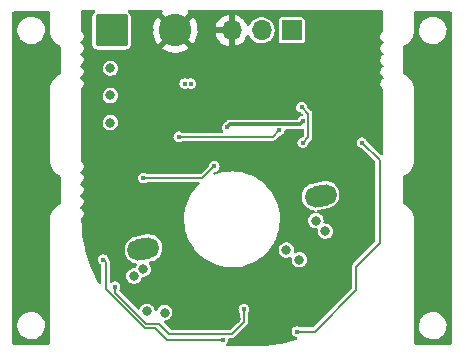
<source format=gbr>
%TF.GenerationSoftware,KiCad,Pcbnew,5.99.0-unknown-e61b1f03b8~131~ubuntu20.04.1*%
%TF.CreationDate,2021-08-02T15:41:01+00:00*%
%TF.ProjectId,beetleback_cg,62656574-6c65-4626-9163-6b5f63672e6b,2*%
%TF.SameCoordinates,PX5573000PY89ce520*%
%TF.FileFunction,Copper,L4,Bot*%
%TF.FilePolarity,Positive*%
%FSLAX46Y46*%
G04 Gerber Fmt 4.6, Leading zero omitted, Abs format (unit mm)*
G04 Created by KiCad (PCBNEW 5.99.0-unknown-e61b1f03b8~131~ubuntu20.04.1) date 2021-08-02 15:41:01*
%MOMM*%
%LPD*%
G01*
G04 APERTURE LIST*
G04 Aperture macros list*
%AMRoundRect*
0 Rectangle with rounded corners*
0 $1 Rounding radius*
0 $2 $3 $4 $5 $6 $7 $8 $9 X,Y pos of 4 corners*
0 Add a 4 corners polygon primitive as box body*
4,1,4,$2,$3,$4,$5,$6,$7,$8,$9,$2,$3,0*
0 Add four circle primitives for the rounded corners*
1,1,$1+$1,$2,$3*
1,1,$1+$1,$4,$5*
1,1,$1+$1,$6,$7*
1,1,$1+$1,$8,$9*
0 Add four rect primitives between the rounded corners*
20,1,$1+$1,$2,$3,$4,$5,0*
20,1,$1+$1,$4,$5,$6,$7,0*
20,1,$1+$1,$6,$7,$8,$9,0*
20,1,$1+$1,$8,$9,$2,$3,0*%
%AMHorizOval*
0 Thick line with rounded ends*
0 $1 width*
0 $2 $3 position (X,Y) of the first rounded end (center of the circle)*
0 $4 $5 position (X,Y) of the second rounded end (center of the circle)*
0 Add line between two ends*
20,1,$1,$2,$3,$4,$5,0*
0 Add two circle primitives to create the rounded ends*
1,1,$1,$2,$3*
1,1,$1,$4,$5*%
G04 Aperture macros list end*
%TA.AperFunction,ComponentPad*%
%ADD10HorizOval,1.800000X-0.441732X-0.085864X0.441732X0.085864X0*%
%TD*%
%TA.AperFunction,ComponentPad*%
%ADD11RoundRect,0.250000X-1.125000X-1.125000X1.125000X-1.125000X1.125000X1.125000X-1.125000X1.125000X0*%
%TD*%
%TA.AperFunction,ComponentPad*%
%ADD12C,2.750000*%
%TD*%
%TA.AperFunction,ComponentPad*%
%ADD13R,1.700000X1.700000*%
%TD*%
%TA.AperFunction,ComponentPad*%
%ADD14O,1.700000X1.700000*%
%TD*%
%TA.AperFunction,ViaPad*%
%ADD15C,0.400000*%
%TD*%
%TA.AperFunction,ViaPad*%
%ADD16C,0.800000*%
%TD*%
%TA.AperFunction,Conductor*%
%ADD17C,0.300000*%
%TD*%
%TA.AperFunction,Conductor*%
%ADD18C,0.200000*%
%TD*%
%TA.AperFunction,Conductor*%
%ADD19C,0.150000*%
%TD*%
G04 APERTURE END LIST*
D10*
%TO.P,J4,1,Pin_1*%
%TO.N,/MOTOR_PAD_2*%
X7500000Y13000000D03*
%TD*%
D11*
%TO.P,J2,1,Pin_1*%
%TO.N,/VBAT*%
X-10200000Y27000000D03*
D12*
%TO.P,J2,2,Pin_2*%
%TO.N,GND*%
X-4800000Y27000000D03*
%TD*%
D13*
%TO.P,J1,1,Pin_1*%
%TO.N,/PWMIN1*%
X5040000Y27000000D03*
D14*
%TO.P,J1,2,Pin_2*%
%TO.N,+5V*%
X2500000Y27000000D03*
%TO.P,J1,3,Pin_3*%
%TO.N,GND*%
X-40000Y27000000D03*
%TD*%
D10*
%TO.P,J3,1,Pin_1*%
%TO.N,/MOTOR_PAD_1*%
X-7500000Y8500000D03*
%TD*%
D15*
%TO.N,+12V*%
X-400000Y18800000D03*
X6000000Y19300000D03*
%TO.N,Net-(R4-Pad1)*%
X6000000Y17500000D03*
X5900000Y20500000D03*
%TO.N,/GH2*%
X-800000Y800000D03*
X-10900000Y7600000D03*
D16*
%TO.N,GND*%
X-10600000Y13300000D03*
X-9500000Y22600000D03*
X-9600000Y8400000D03*
X-3000000Y20100000D03*
X-2500000Y27000000D03*
X-2900000Y4200000D03*
X-9500000Y20400000D03*
X300000Y2600000D03*
X8400000Y16800000D03*
X-7200000Y19700000D03*
X8200000Y27900000D03*
X2900000Y3000000D03*
X8900000Y11900000D03*
X-7000000Y27000000D03*
X4900000Y17325500D03*
X5700000Y4900480D03*
D15*
%TO.N,/GL2*%
X1000000Y3399500D03*
X-9900000Y5300000D03*
%TO.N,/VBAT*%
X-4000000Y22500000D03*
D16*
X7100000Y10900000D03*
X-7500000Y6800000D03*
X-10300000Y23800000D03*
X4600000Y8400000D03*
X-7200000Y3200000D03*
D15*
X-3500000Y22500000D03*
D16*
X5700000Y7600000D03*
X-10300000Y19200000D03*
X7900000Y10000000D03*
X-5700000Y3100000D03*
X-8300000Y6200000D03*
X-10300000Y21500000D03*
D15*
%TO.N,/MOTOR_PWM_1*%
X-1500000Y15500000D03*
X-7500000Y14500000D03*
%TO.N,/MOTOR_EN*%
X4000000Y18549500D03*
X-4500000Y18000000D03*
%TO.N,/GL1OUT*%
X5500000Y1500000D03*
X11000000Y17500000D03*
%TD*%
D17*
%TO.N,+12V*%
X-150989Y19049011D02*
X5749011Y19049011D01*
X5749011Y19049011D02*
X6000000Y19300000D01*
X-400000Y18800000D02*
X-150989Y19049011D01*
D18*
%TO.N,Net-(R4-Pad1)*%
X5900000Y20500000D02*
X6449511Y19950489D01*
X6449511Y19950489D02*
X6449511Y17949511D01*
X6449511Y17949511D02*
X6000000Y17500000D01*
%TO.N,/GH2*%
X-5500000Y800000D02*
X-800000Y800000D01*
X-6500000Y1800000D02*
X-5500000Y800000D01*
X-7400000Y1800000D02*
X-6500000Y1800000D01*
X-10700000Y7400000D02*
X-10700000Y5100000D01*
X-10900000Y7600000D02*
X-10700000Y7400000D01*
X-10700000Y5100000D02*
X-7400000Y1800000D01*
%TO.N,/GL2*%
X-7249520Y2149520D02*
X-7200000Y2149520D01*
X-5300000Y1300000D02*
X-200000Y1300000D01*
X-10741Y1300000D02*
X1000000Y2310741D01*
X1000000Y2310741D02*
X1000000Y3399500D01*
X-200000Y1300000D02*
X-10741Y1300000D01*
X-7200000Y2149520D02*
X-6149520Y2149520D01*
X-9900000Y5300000D02*
X-9900000Y4800000D01*
X-6149520Y2149520D02*
X-5300000Y1300000D01*
X-9900000Y4800000D02*
X-7249520Y2149520D01*
D19*
%TO.N,/MOTOR_PWM_1*%
X-1500000Y15500000D02*
X-2500000Y14500000D01*
X-2500000Y14500000D02*
X-7500000Y14500000D01*
%TO.N,/MOTOR_EN*%
X4000000Y18549500D02*
X3450500Y18000000D01*
X3450500Y18000000D02*
X-4500000Y18000000D01*
D18*
%TO.N,/GL1OUT*%
X7000000Y1500000D02*
X5500000Y1500000D01*
X11000000Y17500000D02*
X12500000Y16000000D01*
X12500000Y9000000D02*
X12000000Y8500000D01*
X10500000Y5000000D02*
X7000000Y1500000D01*
X12000000Y8500000D02*
X10500000Y7000000D01*
X12500000Y16000000D02*
X12500000Y15500000D01*
X10500000Y7000000D02*
X10500000Y5000000D01*
X12500000Y15500000D02*
X12500000Y9000000D01*
%TD*%
%TA.AperFunction,NonConductor*%
G36*
X18542121Y28579998D02*
G01*
X18588614Y28526342D01*
X18600000Y28474000D01*
X18600000Y526000D01*
X18579998Y457879D01*
X18526342Y411386D01*
X18474000Y400000D01*
X15526000Y400000D01*
X15457879Y420002D01*
X15411386Y473658D01*
X15400000Y526000D01*
X15400000Y1908401D01*
X15836119Y1908401D01*
X15872301Y1697834D01*
X15946250Y1497387D01*
X16055489Y1313772D01*
X16059295Y1309432D01*
X16059298Y1309428D01*
X16192553Y1157481D01*
X16196360Y1153140D01*
X16364145Y1020869D01*
X16369256Y1018180D01*
X16369259Y1018178D01*
X16388576Y1008015D01*
X16553225Y921389D01*
X16558746Y919675D01*
X16558750Y919673D01*
X16751752Y859744D01*
X16751757Y859743D01*
X16757267Y858032D01*
X16787718Y854428D01*
X16927055Y837936D01*
X16927061Y837936D01*
X16930742Y837500D01*
X17054196Y837500D01*
X17164140Y847603D01*
X17207001Y851541D01*
X17207003Y851541D01*
X17212756Y852070D01*
X17342771Y888738D01*
X17412828Y908496D01*
X17412830Y908497D01*
X17418387Y910064D01*
X17423563Y912616D01*
X17423567Y912618D01*
X17604826Y1002005D01*
X17610007Y1004560D01*
X17781197Y1132393D01*
X17797070Y1149564D01*
X17922305Y1285043D01*
X17922307Y1285046D01*
X17926224Y1289283D01*
X18040232Y1469975D01*
X18119403Y1668418D01*
X18120528Y1674075D01*
X18120530Y1674081D01*
X18159957Y1872297D01*
X18159957Y1872301D01*
X18161084Y1877965D01*
X18161483Y1908401D01*
X18163805Y2085817D01*
X18163881Y2091599D01*
X18127699Y2302166D01*
X18053750Y2502613D01*
X17944511Y2686228D01*
X17940705Y2690568D01*
X17940702Y2690572D01*
X17807447Y2842519D01*
X17803640Y2846860D01*
X17635855Y2979131D01*
X17630744Y2981820D01*
X17630741Y2981822D01*
X17527443Y3036170D01*
X17446775Y3078611D01*
X17441254Y3080325D01*
X17441250Y3080327D01*
X17248248Y3140256D01*
X17248243Y3140257D01*
X17242733Y3141968D01*
X17192360Y3147930D01*
X17072945Y3162064D01*
X17072939Y3162064D01*
X17069258Y3162500D01*
X16945804Y3162500D01*
X16835860Y3152397D01*
X16792999Y3148459D01*
X16792997Y3148459D01*
X16787244Y3147930D01*
X16657229Y3111262D01*
X16587172Y3091504D01*
X16587170Y3091503D01*
X16581613Y3089936D01*
X16576437Y3087384D01*
X16576433Y3087382D01*
X16395174Y2997995D01*
X16389993Y2995440D01*
X16218803Y2867607D01*
X16214889Y2863373D01*
X16214887Y2863371D01*
X16199625Y2846860D01*
X16073776Y2710717D01*
X15959768Y2530025D01*
X15880597Y2331582D01*
X15879472Y2325925D01*
X15879470Y2325919D01*
X15840043Y2127703D01*
X15838916Y2122035D01*
X15838840Y2116260D01*
X15838840Y2116256D01*
X15838442Y2085817D01*
X15836119Y1908401D01*
X15400000Y1908401D01*
X15400000Y10958602D01*
X15401551Y10978313D01*
X15403435Y10990208D01*
X15404986Y11000000D01*
X15403680Y11008246D01*
X15403435Y11011359D01*
X15403435Y11011969D01*
X15403292Y11013177D01*
X15387427Y11214751D01*
X15387039Y11219685D01*
X15335596Y11433962D01*
X15333702Y11438535D01*
X15253161Y11632978D01*
X15253159Y11632982D01*
X15251266Y11637552D01*
X15136126Y11825444D01*
X14993011Y11993011D01*
X14825444Y12136126D01*
X14637552Y12251266D01*
X14577781Y12276024D01*
X14522501Y12320573D01*
X14500000Y12392433D01*
X14500000Y14607567D01*
X14520002Y14675688D01*
X14577781Y14723976D01*
X14632982Y14746841D01*
X14637552Y14748734D01*
X14825444Y14863874D01*
X14993011Y15006989D01*
X15136126Y15174556D01*
X15251266Y15362448D01*
X15310815Y15506210D01*
X15333702Y15561465D01*
X15333703Y15561467D01*
X15335596Y15566038D01*
X15387039Y15780315D01*
X15399922Y15944003D01*
X15403292Y15986823D01*
X15403435Y15988031D01*
X15403435Y15988641D01*
X15403680Y15991754D01*
X15404986Y16000000D01*
X15401551Y16021689D01*
X15400000Y16041398D01*
X15400000Y21958602D01*
X15401551Y21978313D01*
X15403435Y21990208D01*
X15404986Y22000000D01*
X15403680Y22008246D01*
X15403435Y22011359D01*
X15403435Y22011969D01*
X15403292Y22013177D01*
X15387427Y22214751D01*
X15387039Y22219685D01*
X15335596Y22433962D01*
X15333702Y22438535D01*
X15253161Y22632978D01*
X15253159Y22632982D01*
X15251266Y22637552D01*
X15136126Y22825444D01*
X14993011Y22993011D01*
X14825444Y23136126D01*
X14637552Y23251266D01*
X14577781Y23276024D01*
X14522501Y23320573D01*
X14500000Y23392433D01*
X14500000Y25607567D01*
X14520002Y25675688D01*
X14577781Y25723976D01*
X14632982Y25746841D01*
X14637552Y25748734D01*
X14825444Y25863874D01*
X14993011Y26006989D01*
X15136126Y26174556D01*
X15251266Y26362448D01*
X15295806Y26469975D01*
X15333702Y26561465D01*
X15333703Y26561467D01*
X15335596Y26566038D01*
X15387039Y26780315D01*
X15397120Y26908401D01*
X15836119Y26908401D01*
X15837098Y26902704D01*
X15837098Y26902703D01*
X15857280Y26785249D01*
X15872301Y26697834D01*
X15946250Y26497387D01*
X15949202Y26492426D01*
X15949202Y26492425D01*
X16029041Y26358228D01*
X16055489Y26313772D01*
X16059295Y26309432D01*
X16059298Y26309428D01*
X16173880Y26178773D01*
X16196360Y26153140D01*
X16364145Y26020869D01*
X16369256Y26018180D01*
X16369259Y26018178D01*
X16388576Y26008015D01*
X16553225Y25921389D01*
X16558746Y25919675D01*
X16558750Y25919673D01*
X16751752Y25859744D01*
X16751757Y25859743D01*
X16757267Y25858032D01*
X16787718Y25854428D01*
X16927055Y25837936D01*
X16927061Y25837936D01*
X16930742Y25837500D01*
X17054196Y25837500D01*
X17164140Y25847603D01*
X17207001Y25851541D01*
X17207003Y25851541D01*
X17212756Y25852070D01*
X17342771Y25888738D01*
X17412828Y25908496D01*
X17412830Y25908497D01*
X17418387Y25910064D01*
X17423563Y25912616D01*
X17423567Y25912618D01*
X17604826Y26002005D01*
X17610007Y26004560D01*
X17781197Y26132393D01*
X17797070Y26149564D01*
X17922305Y26285043D01*
X17922307Y26285046D01*
X17926224Y26289283D01*
X18040232Y26469975D01*
X18119403Y26668418D01*
X18120528Y26674075D01*
X18120530Y26674081D01*
X18159957Y26872297D01*
X18159957Y26872301D01*
X18161084Y26877965D01*
X18161483Y26908401D01*
X18163805Y27085817D01*
X18163881Y27091599D01*
X18127699Y27302166D01*
X18053750Y27502613D01*
X17944511Y27686228D01*
X17940705Y27690568D01*
X17940702Y27690572D01*
X17807447Y27842519D01*
X17803640Y27846860D01*
X17635855Y27979131D01*
X17630744Y27981820D01*
X17630741Y27981822D01*
X17527443Y28036170D01*
X17446775Y28078611D01*
X17441254Y28080325D01*
X17441250Y28080327D01*
X17248248Y28140256D01*
X17248243Y28140257D01*
X17242733Y28141968D01*
X17192360Y28147930D01*
X17072945Y28162064D01*
X17072939Y28162064D01*
X17069258Y28162500D01*
X16945804Y28162500D01*
X16835860Y28152397D01*
X16792999Y28148459D01*
X16792997Y28148459D01*
X16787244Y28147930D01*
X16657229Y28111262D01*
X16587172Y28091504D01*
X16587170Y28091503D01*
X16581613Y28089936D01*
X16576437Y28087384D01*
X16576433Y28087382D01*
X16395174Y27997995D01*
X16389993Y27995440D01*
X16218803Y27867607D01*
X16214889Y27863373D01*
X16214887Y27863371D01*
X16199625Y27846860D01*
X16073776Y27710717D01*
X15959768Y27530025D01*
X15880597Y27331582D01*
X15879472Y27325925D01*
X15879470Y27325919D01*
X15840043Y27127703D01*
X15838916Y27122035D01*
X15838840Y27116260D01*
X15838840Y27116256D01*
X15838442Y27085817D01*
X15836119Y26908401D01*
X15397120Y26908401D01*
X15399922Y26944003D01*
X15403292Y26986823D01*
X15403435Y26988031D01*
X15403435Y26988641D01*
X15403680Y26991754D01*
X15404986Y27000000D01*
X15401551Y27021689D01*
X15400000Y27041398D01*
X15400000Y28474000D01*
X15420002Y28542121D01*
X15473658Y28588614D01*
X15526000Y28600000D01*
X18474000Y28600000D01*
X18542121Y28579998D01*
G37*
%TD.AperFunction*%
%TA.AperFunction,NonConductor*%
G36*
X-15462879Y28579998D02*
G01*
X-15416386Y28526342D01*
X-15405000Y28474000D01*
X-15405000Y27041398D01*
X-15406551Y27021689D01*
X-15409986Y27000000D01*
X-15408680Y26991754D01*
X-15408435Y26988641D01*
X-15408435Y26988031D01*
X-15408292Y26986823D01*
X-15404922Y26944003D01*
X-15392039Y26780315D01*
X-15340596Y26566038D01*
X-15338703Y26561467D01*
X-15338702Y26561465D01*
X-15300805Y26469975D01*
X-15256266Y26362448D01*
X-15141126Y26174556D01*
X-14998011Y26006989D01*
X-14830444Y25863874D01*
X-14642552Y25748734D01*
X-14637982Y25746841D01*
X-14577781Y25721905D01*
X-14522501Y25677356D01*
X-14500000Y25605496D01*
X-14500000Y23394504D01*
X-14520002Y23326383D01*
X-14577781Y23278095D01*
X-14642552Y23251266D01*
X-14830444Y23136126D01*
X-14998011Y22993011D01*
X-15141126Y22825444D01*
X-15256266Y22637552D01*
X-15258159Y22632982D01*
X-15258161Y22632978D01*
X-15338702Y22438535D01*
X-15340596Y22433962D01*
X-15392039Y22219685D01*
X-15392427Y22214751D01*
X-15408292Y22013177D01*
X-15408435Y22011969D01*
X-15408435Y22011359D01*
X-15408680Y22008246D01*
X-15409986Y22000000D01*
X-15408435Y21990208D01*
X-15406551Y21978313D01*
X-15405000Y21958602D01*
X-15405000Y16041398D01*
X-15406551Y16021689D01*
X-15409986Y16000000D01*
X-15408680Y15991754D01*
X-15408435Y15988641D01*
X-15408435Y15988031D01*
X-15408292Y15986823D01*
X-15404922Y15944003D01*
X-15392039Y15780315D01*
X-15340596Y15566038D01*
X-15338703Y15561467D01*
X-15338702Y15561465D01*
X-15315814Y15506210D01*
X-15256266Y15362448D01*
X-15141126Y15174556D01*
X-14998011Y15006989D01*
X-14830444Y14863874D01*
X-14642552Y14748734D01*
X-14637982Y14746841D01*
X-14577781Y14721905D01*
X-14522501Y14677356D01*
X-14500000Y14605496D01*
X-14500000Y12394504D01*
X-14520002Y12326383D01*
X-14577781Y12278095D01*
X-14642552Y12251266D01*
X-14830444Y12136126D01*
X-14998011Y11993011D01*
X-15141126Y11825444D01*
X-15256266Y11637552D01*
X-15258159Y11632982D01*
X-15258161Y11632978D01*
X-15338702Y11438535D01*
X-15340596Y11433962D01*
X-15392039Y11219685D01*
X-15392427Y11214751D01*
X-15408292Y11013177D01*
X-15408435Y11011969D01*
X-15408435Y11011359D01*
X-15408680Y11008246D01*
X-15409986Y11000000D01*
X-15408435Y10990208D01*
X-15406551Y10978313D01*
X-15405000Y10958602D01*
X-15405000Y526000D01*
X-15425002Y457879D01*
X-15478658Y411386D01*
X-15531000Y400000D01*
X-18479000Y400000D01*
X-18547121Y420002D01*
X-18593614Y473658D01*
X-18605000Y526000D01*
X-18605000Y1908401D01*
X-18163881Y1908401D01*
X-18127699Y1697834D01*
X-18053750Y1497387D01*
X-17944511Y1313772D01*
X-17940705Y1309432D01*
X-17940702Y1309428D01*
X-17807447Y1157481D01*
X-17803640Y1153140D01*
X-17635855Y1020869D01*
X-17630744Y1018180D01*
X-17630741Y1018178D01*
X-17611424Y1008015D01*
X-17446775Y921389D01*
X-17441254Y919675D01*
X-17441250Y919673D01*
X-17248248Y859744D01*
X-17248243Y859743D01*
X-17242733Y858032D01*
X-17212282Y854428D01*
X-17072945Y837936D01*
X-17072939Y837936D01*
X-17069258Y837500D01*
X-16945804Y837500D01*
X-16835860Y847603D01*
X-16792999Y851541D01*
X-16792997Y851541D01*
X-16787244Y852070D01*
X-16657229Y888738D01*
X-16587172Y908496D01*
X-16587170Y908497D01*
X-16581613Y910064D01*
X-16576437Y912616D01*
X-16576433Y912618D01*
X-16395174Y1002005D01*
X-16389993Y1004560D01*
X-16218803Y1132393D01*
X-16202930Y1149564D01*
X-16077695Y1285043D01*
X-16077693Y1285046D01*
X-16073776Y1289283D01*
X-15959768Y1469975D01*
X-15880597Y1668418D01*
X-15879472Y1674075D01*
X-15879470Y1674081D01*
X-15840043Y1872297D01*
X-15840043Y1872301D01*
X-15838916Y1877965D01*
X-15838517Y1908401D01*
X-15836195Y2085817D01*
X-15836119Y2091599D01*
X-15872301Y2302166D01*
X-15946250Y2502613D01*
X-16055489Y2686228D01*
X-16059295Y2690568D01*
X-16059298Y2690572D01*
X-16192553Y2842519D01*
X-16196360Y2846860D01*
X-16364145Y2979131D01*
X-16369256Y2981820D01*
X-16369259Y2981822D01*
X-16472557Y3036170D01*
X-16553225Y3078611D01*
X-16558746Y3080325D01*
X-16558750Y3080327D01*
X-16751752Y3140256D01*
X-16751757Y3140257D01*
X-16757267Y3141968D01*
X-16807640Y3147930D01*
X-16927055Y3162064D01*
X-16927061Y3162064D01*
X-16930742Y3162500D01*
X-17054196Y3162500D01*
X-17164140Y3152397D01*
X-17207001Y3148459D01*
X-17207003Y3148459D01*
X-17212756Y3147930D01*
X-17342771Y3111262D01*
X-17412828Y3091504D01*
X-17412830Y3091503D01*
X-17418387Y3089936D01*
X-17423563Y3087384D01*
X-17423567Y3087382D01*
X-17604826Y2997995D01*
X-17610007Y2995440D01*
X-17781197Y2867607D01*
X-17785111Y2863373D01*
X-17785113Y2863371D01*
X-17800375Y2846860D01*
X-17926224Y2710717D01*
X-18040232Y2530025D01*
X-18119403Y2331582D01*
X-18120528Y2325925D01*
X-18120530Y2325919D01*
X-18159957Y2127703D01*
X-18161084Y2122035D01*
X-18161160Y2116260D01*
X-18161160Y2116256D01*
X-18161558Y2085817D01*
X-18163881Y1908401D01*
X-18605000Y1908401D01*
X-18605000Y26908401D01*
X-18163881Y26908401D01*
X-18162902Y26902704D01*
X-18162902Y26902703D01*
X-18142720Y26785249D01*
X-18127699Y26697834D01*
X-18053750Y26497387D01*
X-18050798Y26492426D01*
X-18050798Y26492425D01*
X-17970959Y26358228D01*
X-17944511Y26313772D01*
X-17940705Y26309432D01*
X-17940702Y26309428D01*
X-17826120Y26178773D01*
X-17803640Y26153140D01*
X-17635855Y26020869D01*
X-17630744Y26018180D01*
X-17630741Y26018178D01*
X-17611424Y26008015D01*
X-17446775Y25921389D01*
X-17441254Y25919675D01*
X-17441250Y25919673D01*
X-17248248Y25859744D01*
X-17248243Y25859743D01*
X-17242733Y25858032D01*
X-17212282Y25854428D01*
X-17072945Y25837936D01*
X-17072939Y25837936D01*
X-17069258Y25837500D01*
X-16945804Y25837500D01*
X-16835860Y25847603D01*
X-16792999Y25851541D01*
X-16792997Y25851541D01*
X-16787244Y25852070D01*
X-16657229Y25888738D01*
X-16587172Y25908496D01*
X-16587170Y25908497D01*
X-16581613Y25910064D01*
X-16576437Y25912616D01*
X-16576433Y25912618D01*
X-16395174Y26002005D01*
X-16389993Y26004560D01*
X-16218803Y26132393D01*
X-16202930Y26149564D01*
X-16077695Y26285043D01*
X-16077693Y26285046D01*
X-16073776Y26289283D01*
X-15959768Y26469975D01*
X-15880597Y26668418D01*
X-15879472Y26674075D01*
X-15879470Y26674081D01*
X-15840043Y26872297D01*
X-15840043Y26872301D01*
X-15838916Y26877965D01*
X-15838517Y26908401D01*
X-15836195Y27085817D01*
X-15836119Y27091599D01*
X-15872301Y27302166D01*
X-15946250Y27502613D01*
X-16055489Y27686228D01*
X-16059295Y27690568D01*
X-16059298Y27690572D01*
X-16192553Y27842519D01*
X-16196360Y27846860D01*
X-16364145Y27979131D01*
X-16369256Y27981820D01*
X-16369259Y27981822D01*
X-16472557Y28036170D01*
X-16553225Y28078611D01*
X-16558746Y28080325D01*
X-16558750Y28080327D01*
X-16751752Y28140256D01*
X-16751757Y28140257D01*
X-16757267Y28141968D01*
X-16807640Y28147930D01*
X-16927055Y28162064D01*
X-16927061Y28162064D01*
X-16930742Y28162500D01*
X-17054196Y28162500D01*
X-17164140Y28152397D01*
X-17207001Y28148459D01*
X-17207003Y28148459D01*
X-17212756Y28147930D01*
X-17342771Y28111262D01*
X-17412828Y28091504D01*
X-17412830Y28091503D01*
X-17418387Y28089936D01*
X-17423563Y28087384D01*
X-17423567Y28087382D01*
X-17604826Y27997995D01*
X-17610007Y27995440D01*
X-17781197Y27867607D01*
X-17785111Y27863373D01*
X-17785113Y27863371D01*
X-17800375Y27846860D01*
X-17926224Y27710717D01*
X-18040232Y27530025D01*
X-18119403Y27331582D01*
X-18120528Y27325925D01*
X-18120530Y27325919D01*
X-18159957Y27127703D01*
X-18161084Y27122035D01*
X-18161160Y27116260D01*
X-18161160Y27116256D01*
X-18161558Y27085817D01*
X-18163881Y26908401D01*
X-18605000Y26908401D01*
X-18605000Y28474000D01*
X-18584998Y28542121D01*
X-18531342Y28588614D01*
X-18479000Y28600000D01*
X-15531000Y28600000D01*
X-15462879Y28579998D01*
G37*
%TD.AperFunction*%
%TA.AperFunction,Conductor*%
%TO.N,GND*%
G36*
X-11635781Y28729998D02*
G01*
X-11589288Y28676342D01*
X-11579184Y28606068D01*
X-11608678Y28541488D01*
X-11628334Y28523176D01*
X-11682546Y28482546D01*
X-11687928Y28475365D01*
X-11763144Y28375006D01*
X-11763146Y28375003D01*
X-11768526Y28367824D01*
X-11788324Y28315011D01*
X-11811274Y28253791D01*
X-11818851Y28233580D01*
X-11825500Y28172377D01*
X-11825500Y25827623D01*
X-11825131Y25824227D01*
X-11825131Y25824226D01*
X-11821549Y25791259D01*
X-11818851Y25766420D01*
X-11768526Y25632176D01*
X-11763146Y25624997D01*
X-11763144Y25624994D01*
X-11689211Y25526347D01*
X-11682546Y25517454D01*
X-11675365Y25512072D01*
X-11575006Y25436856D01*
X-11575003Y25436854D01*
X-11567824Y25431474D01*
X-11485509Y25400616D01*
X-11440975Y25383921D01*
X-11440973Y25383921D01*
X-11433580Y25381149D01*
X-11425730Y25380296D01*
X-11425729Y25380296D01*
X-11375774Y25374869D01*
X-11372377Y25374500D01*
X-9027623Y25374500D01*
X-9024226Y25374869D01*
X-8974271Y25380296D01*
X-8974270Y25380296D01*
X-8966420Y25381149D01*
X-8959027Y25383921D01*
X-8959025Y25383921D01*
X-8914491Y25400616D01*
X-8832176Y25431474D01*
X-8824997Y25436854D01*
X-8824994Y25436856D01*
X-8740789Y25499965D01*
X-5934868Y25499965D01*
X-5927478Y25489663D01*
X-5888958Y25458303D01*
X-5881679Y25453188D01*
X-5660865Y25320247D01*
X-5652951Y25316214D01*
X-5415596Y25215707D01*
X-5407191Y25212830D01*
X-5158046Y25146770D01*
X-5149314Y25145104D01*
X-4893345Y25114809D01*
X-4884479Y25114391D01*
X-4626798Y25120463D01*
X-4617944Y25121300D01*
X-4363690Y25163619D01*
X-4355056Y25165692D01*
X-4109297Y25243416D01*
X-4101035Y25246687D01*
X-3868687Y25358259D01*
X-3860962Y25362665D01*
X-3672757Y25488419D01*
X-3664469Y25498337D01*
X-3671726Y25512516D01*
X-4787188Y26627978D01*
X-4801132Y26635592D01*
X-4802965Y26635461D01*
X-4809580Y26631210D01*
X-5927702Y25513088D01*
X-5934868Y25499965D01*
X-8740789Y25499965D01*
X-8724635Y25512072D01*
X-8717454Y25517454D01*
X-8710789Y25526347D01*
X-8636856Y25624994D01*
X-8636854Y25624997D01*
X-8631474Y25632176D01*
X-8581149Y25766420D01*
X-8578450Y25791259D01*
X-8574869Y25824226D01*
X-8574869Y25824227D01*
X-8574500Y25827623D01*
X-8574500Y27054846D01*
X-6686703Y27054846D01*
X-6676584Y26797291D01*
X-6675609Y26788462D01*
X-6629301Y26534901D01*
X-6627092Y26526298D01*
X-6545517Y26281787D01*
X-6542118Y26273581D01*
X-6426907Y26043009D01*
X-6422389Y26035369D01*
X-6310677Y25873735D01*
X-6300357Y25865383D01*
X-6286703Y25872507D01*
X-5172022Y26987188D01*
X-5165644Y26998868D01*
X-4435592Y26998868D01*
X-4435461Y26997035D01*
X-4431210Y26990420D01*
X-3312228Y25871438D01*
X-3298828Y25864121D01*
X-3288923Y25871108D01*
X-3275595Y25886965D01*
X-3270374Y25894150D01*
X-3133972Y26112863D01*
X-3129820Y26120703D01*
X-3025594Y26356460D01*
X-3022588Y26364810D01*
X-2952622Y26612891D01*
X-2950821Y26621584D01*
X-2935986Y26732034D01*
X-1371743Y26732034D01*
X-1341435Y26597554D01*
X-1338355Y26587725D01*
X-1258230Y26390397D01*
X-1253587Y26381206D01*
X-1142306Y26199612D01*
X-1136223Y26191301D01*
X-996787Y26030333D01*
X-989420Y26023117D01*
X-825566Y25887084D01*
X-817119Y25881169D01*
X-633244Y25773721D01*
X-623958Y25769271D01*
X-424999Y25693297D01*
X-415101Y25690421D01*
X-311750Y25669394D01*
X-297701Y25670590D01*
X-294000Y25680935D01*
X-294000Y26727885D01*
X-298475Y26743124D01*
X-299865Y26744329D01*
X-307548Y26746000D01*
X-1356775Y26746000D01*
X-1370306Y26742027D01*
X-1371743Y26732034D01*
X-2935986Y26732034D01*
X-2916342Y26878281D01*
X-2915814Y26884674D01*
X-2912291Y26996778D01*
X-2912418Y27003221D01*
X-2930708Y27261546D01*
X-2931316Y27265817D01*
X-1375611Y27265817D01*
X-1374088Y27257393D01*
X-1361708Y27254000D01*
X-312115Y27254000D01*
X-296876Y27258475D01*
X-295671Y27259865D01*
X-294000Y27267548D01*
X-294000Y28315011D01*
X214000Y28315011D01*
X214000Y25681483D01*
X218064Y25667641D01*
X231478Y25665607D01*
X238184Y25666466D01*
X248262Y25668608D01*
X452255Y25729809D01*
X461842Y25733567D01*
X653095Y25827261D01*
X661945Y25832536D01*
X835328Y25956208D01*
X843200Y25962861D01*
X994052Y26113188D01*
X1000730Y26121035D01*
X1125003Y26293980D01*
X1130313Y26302817D01*
X1224670Y26493733D01*
X1228469Y26503328D01*
X1246815Y26563711D01*
X1285756Y26623075D01*
X1350610Y26651962D01*
X1420786Y26641201D01*
X1474004Y26594207D01*
X1481799Y26579834D01*
X1542856Y26447393D01*
X1546189Y26442677D01*
X1645032Y26302817D01*
X1659588Y26282220D01*
X1804466Y26141087D01*
X1809270Y26137877D01*
X1846706Y26112863D01*
X1972637Y26028718D01*
X1977940Y26026440D01*
X1977943Y26026438D01*
X2141409Y25956208D01*
X2158470Y25948878D01*
X2355740Y25904240D01*
X2361509Y25904013D01*
X2361512Y25904013D01*
X2437683Y25901021D01*
X2557842Y25896300D01*
X2646338Y25909131D01*
X2752286Y25924492D01*
X2752291Y25924493D01*
X2758007Y25925322D01*
X2763479Y25927180D01*
X2763481Y25927180D01*
X2944067Y25988481D01*
X2944069Y25988482D01*
X2949531Y25990336D01*
X3099434Y26074285D01*
X3120964Y26086342D01*
X3120965Y26086343D01*
X3126001Y26089163D01*
X3188433Y26141087D01*
X3277073Y26214809D01*
X3281505Y26218495D01*
X3410837Y26373999D01*
X3431005Y26410011D01*
X3466645Y26473653D01*
X3509664Y26550469D01*
X3523080Y26589989D01*
X3572820Y26736519D01*
X3572820Y26736521D01*
X3574678Y26741993D01*
X3575507Y26747709D01*
X3575508Y26747714D01*
X3603167Y26938484D01*
X3603700Y26942158D01*
X3605215Y27000000D01*
X3586708Y27201409D01*
X3531807Y27396074D01*
X3442351Y27577473D01*
X3434867Y27587496D01*
X3324788Y27734909D01*
X3324787Y27734910D01*
X3321335Y27739533D01*
X3298350Y27760780D01*
X3177053Y27872906D01*
X3177051Y27872908D01*
X3172812Y27876826D01*
X3145184Y27894258D01*
X3136703Y27899609D01*
X3939456Y27899609D01*
X3939500Y27850000D01*
X3939500Y26100389D01*
X3939543Y26099954D01*
X3977760Y26007918D01*
X4048288Y25937512D01*
X4077790Y25925322D01*
X4116976Y25909131D01*
X4140391Y25899456D01*
X4152804Y25899467D01*
X4190000Y25899500D01*
X5939611Y25899500D01*
X5940046Y25899543D01*
X6032082Y25937760D01*
X6102488Y26008288D01*
X6140544Y26100391D01*
X6140500Y26150000D01*
X6140500Y27899611D01*
X6140457Y27900046D01*
X6102240Y27992082D01*
X6031712Y28062488D01*
X5939609Y28100544D01*
X5927196Y28100533D01*
X5890000Y28100500D01*
X4140389Y28100500D01*
X4139954Y28100457D01*
X4047918Y28062240D01*
X3977512Y27991712D01*
X3939456Y27899609D01*
X3136703Y27899609D01*
X3006637Y27981675D01*
X3001757Y27984754D01*
X2813898Y28059702D01*
X2615526Y28099161D01*
X2609752Y28099237D01*
X2609748Y28099237D01*
X2507257Y28100578D01*
X2413286Y28101808D01*
X2407589Y28100829D01*
X2407588Y28100829D01*
X2219646Y28068535D01*
X2219645Y28068535D01*
X2213949Y28067556D01*
X2024193Y27997551D01*
X2019232Y27994599D01*
X2019231Y27994599D01*
X1878850Y27911081D01*
X1850371Y27894138D01*
X1698305Y27760780D01*
X1573089Y27601943D01*
X1570400Y27596832D01*
X1570398Y27596829D01*
X1479365Y27423804D01*
X1429946Y27372831D01*
X1360814Y27356668D01*
X1293917Y27380447D01*
X1250437Y27439346D01*
X1249955Y27439137D01*
X1249043Y27441234D01*
X1248581Y27441860D01*
X1247895Y27443874D01*
X1162972Y27639186D01*
X1158105Y27648261D01*
X1042426Y27827074D01*
X1036136Y27835243D01*
X892806Y27992760D01*
X885273Y27999785D01*
X718139Y28131778D01*
X709552Y28137483D01*
X523117Y28240401D01*
X513705Y28244631D01*
X312959Y28315720D01*
X302988Y28318354D01*
X231837Y28331028D01*
X218540Y28329568D01*
X214000Y28315011D01*
X-294000Y28315011D01*
X-294000Y28316898D01*
X-297918Y28330242D01*
X-312194Y28332229D01*
X-350676Y28326340D01*
X-360712Y28323949D01*
X-563132Y28257788D01*
X-572641Y28253791D01*
X-761537Y28155458D01*
X-770262Y28149964D01*
X-940567Y28022095D01*
X-948274Y28015252D01*
X-1095410Y27861283D01*
X-1101896Y27853273D01*
X-1221902Y27677351D01*
X-1227000Y27668377D01*
X-1316662Y27475217D01*
X-1320225Y27465530D01*
X-1375611Y27265817D01*
X-2931316Y27265817D01*
X-2931961Y27270349D01*
X-2986211Y27522330D01*
X-2988690Y27530863D01*
X-3077903Y27772684D01*
X-3081558Y27780779D01*
X-3203956Y28007623D01*
X-3208715Y28015121D01*
X-3290118Y28125333D01*
X-3301245Y28133775D01*
X-3313841Y28126949D01*
X-4427978Y27012812D01*
X-4435592Y26998868D01*
X-5165644Y26998868D01*
X-5164408Y27001132D01*
X-5164539Y27002965D01*
X-5168790Y27009580D01*
X-6286379Y28127169D01*
X-6299220Y28134181D01*
X-6309909Y28126385D01*
X-6358607Y28064614D01*
X-6363612Y28057249D01*
X-6493071Y27834369D01*
X-6496975Y27826399D01*
X-6593741Y27587496D01*
X-6596488Y27579040D01*
X-6658625Y27328894D01*
X-6660153Y27320136D01*
X-6686424Y27063730D01*
X-6686703Y27054846D01*
X-8574500Y27054846D01*
X-8574500Y28172377D01*
X-8581149Y28233580D01*
X-8588725Y28253791D01*
X-8611676Y28315011D01*
X-8631474Y28367824D01*
X-8636854Y28375003D01*
X-8636856Y28375006D01*
X-8712072Y28475365D01*
X-8717454Y28482546D01*
X-8771665Y28523175D01*
X-8814178Y28580034D01*
X-8819203Y28650853D01*
X-8785143Y28713146D01*
X-8722812Y28747136D01*
X-8696098Y28750000D01*
X-5982973Y28750000D01*
X-5914852Y28729998D01*
X-5868359Y28676342D01*
X-5858255Y28606068D01*
X-5887749Y28541488D01*
X-5909714Y28521486D01*
X-5925629Y28510113D01*
X-5934033Y28499389D01*
X-5927053Y28486263D01*
X-4812812Y27372022D01*
X-4798868Y27364408D01*
X-4797035Y27364539D01*
X-4790420Y27368790D01*
X-3673034Y28486176D01*
X-3666180Y28498728D01*
X-3674387Y28509798D01*
X-3692782Y28523837D01*
X-3734799Y28581065D01*
X-3739207Y28651925D01*
X-3704605Y28713919D01*
X-3641979Y28747364D01*
X-3616340Y28750000D01*
X12624000Y28750000D01*
X12692121Y28729998D01*
X12738614Y28676342D01*
X12750000Y28624000D01*
X12750000Y27037034D01*
X12747579Y27012453D01*
X12745102Y27000000D01*
X12746154Y26994709D01*
X12747123Y26983018D01*
X12749996Y26948342D01*
X12735687Y26878802D01*
X12709955Y26845413D01*
X12651361Y26791249D01*
X12651358Y26791245D01*
X12644444Y26784854D01*
X12576404Y26667713D01*
X12545815Y26535745D01*
X12546480Y26526350D01*
X12546480Y26526347D01*
X12550877Y26464255D01*
X12555383Y26400616D01*
X12558779Y26391837D01*
X12558780Y26391834D01*
X12600864Y26283054D01*
X12604261Y26274274D01*
X12688128Y26167890D01*
X12695875Y26162535D01*
X12695877Y26162534D01*
X12781053Y26103666D01*
X12825720Y26048481D01*
X12833461Y25977907D01*
X12801818Y25914352D01*
X12763959Y25886431D01*
X12743921Y25876809D01*
X12737006Y25870417D01*
X12651357Y25791245D01*
X12651355Y25791242D01*
X12644444Y25784854D01*
X12576404Y25667713D01*
X12545815Y25535745D01*
X12546480Y25526350D01*
X12546480Y25526347D01*
X12550877Y25464255D01*
X12555383Y25400616D01*
X12558779Y25391837D01*
X12558780Y25391834D01*
X12600864Y25283054D01*
X12604261Y25274274D01*
X12688128Y25167890D01*
X12695875Y25162535D01*
X12695877Y25162534D01*
X12781053Y25103666D01*
X12825720Y25048481D01*
X12833461Y24977907D01*
X12801818Y24914352D01*
X12763959Y24886431D01*
X12743921Y24876809D01*
X12737006Y24870417D01*
X12651357Y24791245D01*
X12651355Y24791242D01*
X12644444Y24784854D01*
X12576404Y24667713D01*
X12545815Y24535745D01*
X12546480Y24526350D01*
X12546480Y24526347D01*
X12550877Y24464255D01*
X12555383Y24400616D01*
X12558779Y24391837D01*
X12558780Y24391834D01*
X12581817Y24332287D01*
X12604261Y24274274D01*
X12688128Y24167890D01*
X12695875Y24162535D01*
X12695877Y24162534D01*
X12781053Y24103666D01*
X12825720Y24048481D01*
X12833461Y23977907D01*
X12801818Y23914352D01*
X12763959Y23886431D01*
X12743921Y23876809D01*
X12737006Y23870417D01*
X12651357Y23791245D01*
X12651355Y23791242D01*
X12644444Y23784854D01*
X12576404Y23667713D01*
X12545815Y23535745D01*
X12546480Y23526350D01*
X12546480Y23526347D01*
X12550877Y23464255D01*
X12555383Y23400616D01*
X12558779Y23391837D01*
X12558780Y23391834D01*
X12600864Y23283054D01*
X12604261Y23274274D01*
X12688128Y23167890D01*
X12695875Y23162535D01*
X12695877Y23162534D01*
X12781053Y23103666D01*
X12825720Y23048481D01*
X12833461Y22977907D01*
X12801818Y22914352D01*
X12763959Y22886431D01*
X12743921Y22876809D01*
X12737006Y22870417D01*
X12651357Y22791245D01*
X12651355Y22791242D01*
X12644444Y22784854D01*
X12576404Y22667713D01*
X12545815Y22535745D01*
X12546480Y22526350D01*
X12546480Y22526347D01*
X12550877Y22464255D01*
X12555383Y22400616D01*
X12558779Y22391837D01*
X12558780Y22391834D01*
X12567044Y22370474D01*
X12604261Y22274274D01*
X12688128Y22167890D01*
X12695878Y22162534D01*
X12702742Y22156088D01*
X12701841Y22155128D01*
X12740473Y22107397D01*
X12749737Y22048526D01*
X12746154Y22005291D01*
X12745102Y22000000D01*
X12747522Y21987834D01*
X12747522Y21987832D01*
X12747579Y21987547D01*
X12750000Y21962966D01*
X12750000Y16549872D01*
X12729998Y16481751D01*
X12676342Y16435258D01*
X12606068Y16425154D01*
X12541488Y16454648D01*
X12534905Y16460777D01*
X11478036Y17517646D01*
X11444010Y17579958D01*
X11442409Y17588846D01*
X11436839Y17627741D01*
X11428700Y17645642D01*
X11387145Y17737038D01*
X11387143Y17737041D01*
X11383428Y17745212D01*
X11350196Y17783780D01*
X11305051Y17836174D01*
X11305049Y17836176D01*
X11299193Y17842972D01*
X11190906Y17913159D01*
X11182311Y17915729D01*
X11182310Y17915730D01*
X11075874Y17947562D01*
X11075872Y17947562D01*
X11067273Y17950134D01*
X11058298Y17950189D01*
X11058297Y17950189D01*
X11003641Y17950523D01*
X10938231Y17950922D01*
X10926475Y17947562D01*
X10822786Y17917928D01*
X10822784Y17917927D01*
X10814155Y17915461D01*
X10705019Y17846601D01*
X10699076Y17839872D01*
X10699075Y17839871D01*
X10695810Y17836174D01*
X10619596Y17749878D01*
X10615782Y17741755D01*
X10615781Y17741753D01*
X10601154Y17710597D01*
X10564754Y17633068D01*
X10557874Y17588880D01*
X10546282Y17514433D01*
X10546282Y17514429D01*
X10544901Y17505560D01*
X10546065Y17496658D01*
X10546065Y17496655D01*
X10560468Y17386511D01*
X10560469Y17386507D01*
X10561633Y17377606D01*
X10613605Y17259490D01*
X10696639Y17160709D01*
X10804060Y17089204D01*
X10927233Y17050722D01*
X10926614Y17048741D01*
X10985930Y17018388D01*
X12112595Y15891723D01*
X12146621Y15829411D01*
X12149500Y15802628D01*
X12149500Y9197372D01*
X12129498Y9129251D01*
X12112595Y9108277D01*
X10288101Y7283783D01*
X10273147Y7271705D01*
X10269595Y7268473D01*
X10260848Y7262825D01*
X10242841Y7239984D01*
X10241998Y7238914D01*
X10238501Y7234979D01*
X10238605Y7234891D01*
X10235250Y7230932D01*
X10231572Y7227254D01*
X10228553Y7223029D01*
X10228546Y7223021D01*
X10221328Y7212920D01*
X10217764Y7208173D01*
X10188608Y7171189D01*
X10185807Y7163213D01*
X10180889Y7156331D01*
X10167381Y7111164D01*
X10165559Y7105558D01*
X10152572Y7068577D01*
X10152571Y7068571D01*
X10149945Y7061094D01*
X10149500Y7055956D01*
X10149500Y7053237D01*
X10149405Y7051055D01*
X10149245Y7050520D01*
X10149218Y7050521D01*
X10149211Y7050403D01*
X10147456Y7044536D01*
X10147865Y7034128D01*
X10149403Y6994981D01*
X10149500Y6990034D01*
X10149500Y5197371D01*
X10129498Y5129250D01*
X10112595Y5108276D01*
X6891723Y1887405D01*
X6829411Y1853379D01*
X6802628Y1850500D01*
X5824841Y1850500D01*
X5756310Y1870767D01*
X5698439Y1908277D01*
X5698436Y1908278D01*
X5690906Y1913159D01*
X5674960Y1917928D01*
X5575874Y1947562D01*
X5575872Y1947562D01*
X5567273Y1950134D01*
X5558298Y1950189D01*
X5558297Y1950189D01*
X5503641Y1950523D01*
X5438231Y1950922D01*
X5426475Y1947562D01*
X5322786Y1917928D01*
X5322784Y1917927D01*
X5314155Y1915461D01*
X5306565Y1910672D01*
X5243320Y1870767D01*
X5205019Y1846601D01*
X5119596Y1749878D01*
X5064754Y1633068D01*
X5063374Y1624202D01*
X5046282Y1514433D01*
X5046282Y1514429D01*
X5044901Y1505560D01*
X5046065Y1496658D01*
X5046065Y1496655D01*
X5060468Y1386511D01*
X5060469Y1386507D01*
X5061633Y1377606D01*
X5113605Y1259490D01*
X5119382Y1252617D01*
X5119383Y1252616D01*
X5190859Y1167585D01*
X5196639Y1160709D01*
X5304060Y1089204D01*
X5418743Y1053375D01*
X5477799Y1013969D01*
X5506176Y948890D01*
X5494864Y878801D01*
X5447454Y825953D01*
X5420800Y813503D01*
X5086610Y702765D01*
X5079589Y700663D01*
X4482657Y540715D01*
X4475525Y539025D01*
X4095757Y460609D01*
X3870303Y414057D01*
X3863105Y412788D01*
X3439396Y350724D01*
X3251630Y323220D01*
X3244351Y322369D01*
X3001858Y301153D01*
X2628697Y268506D01*
X2621398Y268081D01*
X2281940Y258203D01*
X2035738Y251040D01*
X2018592Y252477D01*
X2012171Y252477D01*
X2000000Y254898D01*
X1987829Y252477D01*
X1987547Y252421D01*
X1962966Y250000D01*
X-406145Y250000D01*
X-474266Y270002D01*
X-520759Y323658D01*
X-530863Y393932D01*
X-499560Y460555D01*
X-428700Y538839D01*
X-428697Y538843D01*
X-422678Y545493D01*
X-366412Y661625D01*
X-359684Y701613D01*
X-345810Y784083D01*
X-345003Y788880D01*
X-344867Y800000D01*
X-345676Y805648D01*
X-345631Y805958D01*
X-345873Y809671D01*
X-345087Y809722D01*
X-335528Y875914D01*
X-289001Y929541D01*
X-220947Y949500D01*
X-61565Y949500D01*
X-42466Y947467D01*
X-37658Y947240D01*
X-27480Y945049D01*
X2750Y948627D01*
X8005Y948937D01*
X7994Y949072D01*
X13173Y949500D01*
X18374Y949500D01*
X23502Y950354D01*
X23508Y950354D01*
X35732Y952389D01*
X41608Y953226D01*
X78058Y957540D01*
X78060Y957540D01*
X88397Y958764D01*
X96017Y962423D01*
X104362Y963812D01*
X145843Y986194D01*
X151129Y988887D01*
X193585Y1009274D01*
X197533Y1012592D01*
X199466Y1014525D01*
X201063Y1015990D01*
X201553Y1016254D01*
X201572Y1016234D01*
X201661Y1016313D01*
X207053Y1019222D01*
X240714Y1055636D01*
X244143Y1059202D01*
X1211899Y2026958D01*
X1226853Y2039036D01*
X1230405Y2042268D01*
X1239152Y2047916D01*
X1258002Y2071827D01*
X1261500Y2075763D01*
X1261396Y2075851D01*
X1264751Y2079810D01*
X1268429Y2083488D01*
X1271448Y2087713D01*
X1271455Y2087721D01*
X1278669Y2097817D01*
X1282236Y2102567D01*
X1304944Y2131372D01*
X1304945Y2131375D01*
X1311392Y2139552D01*
X1314194Y2147530D01*
X1319111Y2154411D01*
X1332621Y2199584D01*
X1334442Y2205188D01*
X1347428Y2242167D01*
X1350055Y2249647D01*
X1350500Y2254785D01*
X1350500Y2257490D01*
X1350595Y2259687D01*
X1350755Y2260221D01*
X1350782Y2260220D01*
X1350789Y2260338D01*
X1352544Y2266205D01*
X1350597Y2315760D01*
X1350500Y2320707D01*
X1350500Y3068981D01*
X1371911Y3139015D01*
X1377322Y3144993D01*
X1433588Y3261125D01*
X1448333Y3348766D01*
X1454190Y3383583D01*
X1454997Y3388380D01*
X1455133Y3399500D01*
X1447748Y3451067D01*
X1438112Y3518355D01*
X1438111Y3518358D01*
X1436839Y3527241D01*
X1429464Y3543462D01*
X1387145Y3636538D01*
X1387143Y3636541D01*
X1383428Y3644712D01*
X1328723Y3708201D01*
X1305051Y3735674D01*
X1305049Y3735676D01*
X1299193Y3742472D01*
X1190906Y3812659D01*
X1182311Y3815229D01*
X1182310Y3815230D01*
X1075874Y3847062D01*
X1075872Y3847062D01*
X1067273Y3849634D01*
X1058298Y3849689D01*
X1058297Y3849689D01*
X1003641Y3850023D01*
X938231Y3850422D01*
X926475Y3847062D01*
X822786Y3817428D01*
X822784Y3817427D01*
X814155Y3814961D01*
X806565Y3810172D01*
X735890Y3765579D01*
X705019Y3746101D01*
X699076Y3739372D01*
X699075Y3739371D01*
X673753Y3710699D01*
X619596Y3649378D01*
X615782Y3641255D01*
X615781Y3641253D01*
X589794Y3585902D01*
X564754Y3532568D01*
X563374Y3523702D01*
X546282Y3413933D01*
X546282Y3413929D01*
X544901Y3405060D01*
X546065Y3396158D01*
X546065Y3396155D01*
X560468Y3286011D01*
X560469Y3286007D01*
X561633Y3277106D01*
X613605Y3158990D01*
X619380Y3152120D01*
X619383Y3152115D01*
X619948Y3151443D01*
X620298Y3150645D01*
X624126Y3144495D01*
X623239Y3143943D01*
X648472Y3086429D01*
X649500Y3070365D01*
X649500Y2508113D01*
X629498Y2439992D01*
X612595Y2419018D01*
X-119018Y1687405D01*
X-181330Y1653379D01*
X-208113Y1650500D01*
X-5102628Y1650500D01*
X-5170749Y1670502D01*
X-5191723Y1687405D01*
X-5737790Y2233472D01*
X-5771816Y2295784D01*
X-5766751Y2366599D01*
X-5724204Y2423435D01*
X-5657684Y2448246D01*
X-5646717Y2448551D01*
X-5645471Y2448531D01*
X-5639102Y2448431D01*
X-5639099Y2448431D01*
X-5631505Y2448312D01*
X-5478032Y2483462D01*
X-5337375Y2554205D01*
X-5303119Y2583462D01*
X-5223426Y2651526D01*
X-5223424Y2651529D01*
X-5217652Y2656458D01*
X-5125776Y2784317D01*
X-5067050Y2930402D01*
X-5049054Y3056847D01*
X-5045447Y3082193D01*
X-5045447Y3082196D01*
X-5044866Y3086277D01*
X-5044722Y3100000D01*
X-5063637Y3256306D01*
X-5071497Y3277106D01*
X-5116606Y3396486D01*
X-5116607Y3396489D01*
X-5119290Y3403588D01*
X-5208469Y3533343D01*
X-5255029Y3574826D01*
X-5320352Y3633028D01*
X-5320355Y3633030D01*
X-5326024Y3638081D01*
X-5465169Y3711755D01*
X-5560395Y3735674D01*
X-5610502Y3748260D01*
X-5610504Y3748260D01*
X-5617872Y3750111D01*
X-5625470Y3750151D01*
X-5625472Y3750151D01*
X-5692681Y3750503D01*
X-5775316Y3750935D01*
X-5782695Y3749163D01*
X-5782699Y3749163D01*
X-5921033Y3715952D01*
X-5921037Y3715951D01*
X-5928412Y3714180D01*
X-6068321Y3641968D01*
X-6074043Y3636976D01*
X-6074045Y3636975D01*
X-6181241Y3543462D01*
X-6181244Y3543459D01*
X-6186966Y3538467D01*
X-6277499Y3409652D01*
X-6298297Y3356306D01*
X-6318571Y3304306D01*
X-6361951Y3248104D01*
X-6428830Y3224277D01*
X-6497974Y3240390D01*
X-6547430Y3291327D01*
X-6561051Y3334937D01*
X-6562725Y3348766D01*
X-6563637Y3356306D01*
X-6577594Y3393242D01*
X-6616606Y3496486D01*
X-6616607Y3496489D01*
X-6619290Y3503588D01*
X-6708469Y3633343D01*
X-6755029Y3674826D01*
X-6820352Y3733028D01*
X-6820355Y3733030D01*
X-6826024Y3738081D01*
X-6848744Y3750111D01*
X-6958457Y3808201D01*
X-6958456Y3808201D01*
X-6965169Y3811755D01*
X-6974823Y3814180D01*
X-7110502Y3848260D01*
X-7110504Y3848260D01*
X-7117872Y3850111D01*
X-7125470Y3850151D01*
X-7125472Y3850151D01*
X-7192681Y3850503D01*
X-7275316Y3850935D01*
X-7282695Y3849163D01*
X-7282699Y3849163D01*
X-7421033Y3815952D01*
X-7421037Y3815951D01*
X-7428412Y3814180D01*
X-7511963Y3771056D01*
X-7560313Y3746101D01*
X-7568321Y3741968D01*
X-7574043Y3736976D01*
X-7574045Y3736975D01*
X-7681241Y3643462D01*
X-7681244Y3643459D01*
X-7686966Y3638467D01*
X-7691333Y3632253D01*
X-7771382Y3518355D01*
X-7777499Y3509652D01*
X-7801809Y3447301D01*
X-7845186Y3391102D01*
X-7912065Y3367274D01*
X-7981209Y3383387D01*
X-8008295Y3403977D01*
X-9501360Y4897042D01*
X-9535386Y4959354D01*
X-9530321Y5030169D01*
X-9522485Y5045399D01*
X-9522678Y5045493D01*
X-9466412Y5161625D01*
X-9445003Y5288880D01*
X-9444867Y5300000D01*
X-9463161Y5427741D01*
X-9466875Y5435910D01*
X-9512855Y5537038D01*
X-9512857Y5537041D01*
X-9516572Y5545212D01*
X-9554138Y5588810D01*
X-9594949Y5636174D01*
X-9594951Y5636176D01*
X-9600807Y5642972D01*
X-9709094Y5713159D01*
X-9717689Y5715729D01*
X-9717690Y5715730D01*
X-9824126Y5747562D01*
X-9824128Y5747562D01*
X-9832727Y5750134D01*
X-9841702Y5750189D01*
X-9841703Y5750189D01*
X-9896359Y5750523D01*
X-9961769Y5750922D01*
X-9973525Y5747562D01*
X-10077214Y5717928D01*
X-10077216Y5717927D01*
X-10085845Y5715461D01*
X-10093436Y5710671D01*
X-10093439Y5710670D01*
X-10156265Y5671030D01*
X-10224550Y5651596D01*
X-10292501Y5672165D01*
X-10338546Y5726206D01*
X-10349500Y5777592D01*
X-10349500Y7349174D01*
X-10347467Y7368273D01*
X-10347240Y7373077D01*
X-10345048Y7383260D01*
X-10348627Y7413499D01*
X-10348936Y7418747D01*
X-10349072Y7418736D01*
X-10349500Y7423915D01*
X-10349500Y7429115D01*
X-10350353Y7434241D01*
X-10350354Y7434250D01*
X-10352387Y7446463D01*
X-10353224Y7452339D01*
X-10357539Y7488797D01*
X-10357539Y7488798D01*
X-10358763Y7499138D01*
X-10362424Y7506761D01*
X-10363812Y7515103D01*
X-10386185Y7556565D01*
X-10388881Y7561857D01*
X-10395110Y7574829D01*
X-10409274Y7604326D01*
X-10412592Y7608274D01*
X-10414531Y7610213D01*
X-10415990Y7611804D01*
X-10416254Y7612294D01*
X-10416233Y7612314D01*
X-10416316Y7612408D01*
X-10419222Y7617794D01*
X-10426870Y7624864D01*
X-10432870Y7632599D01*
X-10458037Y7691962D01*
X-10461888Y7718854D01*
X-10461889Y7718856D01*
X-10463161Y7727741D01*
X-10498156Y7804708D01*
X-10512855Y7837038D01*
X-10512857Y7837041D01*
X-10516572Y7845212D01*
X-10566872Y7903588D01*
X-10594949Y7936174D01*
X-10594951Y7936176D01*
X-10600807Y7942972D01*
X-10709094Y8013159D01*
X-10717689Y8015729D01*
X-10717690Y8015730D01*
X-10824126Y8047562D01*
X-10824128Y8047562D01*
X-10832727Y8050134D01*
X-10841702Y8050189D01*
X-10841703Y8050189D01*
X-10896359Y8050523D01*
X-10961769Y8050922D01*
X-11023277Y8033343D01*
X-11077214Y8017928D01*
X-11077216Y8017927D01*
X-11085845Y8015461D01*
X-11093435Y8010672D01*
X-11145004Y7978134D01*
X-11194981Y7946601D01*
X-11280404Y7849878D01*
X-11284218Y7841755D01*
X-11284219Y7841753D01*
X-11306468Y7794363D01*
X-11335246Y7733068D01*
X-11336626Y7724202D01*
X-11353718Y7614433D01*
X-11353718Y7614429D01*
X-11355099Y7605560D01*
X-11353935Y7596658D01*
X-11353935Y7596655D01*
X-11339532Y7486511D01*
X-11339531Y7486507D01*
X-11338367Y7477606D01*
X-11320505Y7437012D01*
X-11295713Y7380668D01*
X-11286395Y7359490D01*
X-11280618Y7352617D01*
X-11280617Y7352616D01*
X-11220980Y7281669D01*
X-11203361Y7260709D01*
X-11106681Y7196354D01*
X-11061059Y7141957D01*
X-11050500Y7091467D01*
X-11050500Y5648943D01*
X-11070502Y5580822D01*
X-11124158Y5534329D01*
X-11194432Y5524225D01*
X-11259012Y5553719D01*
X-11283740Y5582795D01*
X-11307851Y5621884D01*
X-11311516Y5628232D01*
X-11319463Y5642972D01*
X-11591940Y6148312D01*
X-11604807Y6172175D01*
X-11608097Y6178725D01*
X-11869274Y6738820D01*
X-11872177Y6745550D01*
X-12100340Y7319871D01*
X-12102847Y7326758D01*
X-12297235Y7913389D01*
X-12299337Y7920411D01*
X-12404648Y8313434D01*
X-9092764Y8313434D01*
X-9091737Y8307756D01*
X-9091737Y8307753D01*
X-9056166Y8111045D01*
X-9055138Y8105361D01*
X-9033240Y8047562D01*
X-8982273Y7913033D01*
X-8982270Y7913027D01*
X-8980225Y7907629D01*
X-8977231Y7902695D01*
X-8977229Y7902691D01*
X-8911728Y7794750D01*
X-8870531Y7726861D01*
X-8866694Y7722562D01*
X-8866691Y7722558D01*
X-8863385Y7718854D01*
X-8729733Y7569109D01*
X-8725175Y7565580D01*
X-8725172Y7565577D01*
X-8567109Y7443191D01*
X-8567105Y7443188D01*
X-8562544Y7439657D01*
X-8557411Y7437014D01*
X-8557409Y7437012D01*
X-8511755Y7413499D01*
X-8374564Y7342841D01*
X-8369028Y7341175D01*
X-8177619Y7283567D01*
X-8177613Y7283566D01*
X-8172088Y7281903D01*
X-8167851Y7281439D01*
X-8105519Y7248489D01*
X-8070656Y7186642D01*
X-8074763Y7115765D01*
X-8077439Y7109737D01*
X-8077499Y7109652D01*
X-8134691Y6962961D01*
X-8135682Y6955432D01*
X-8137572Y6948072D01*
X-8140040Y6948706D01*
X-8163826Y6894950D01*
X-8223095Y6855864D01*
X-8260677Y6850335D01*
X-8375316Y6850935D01*
X-8382695Y6849163D01*
X-8382699Y6849163D01*
X-8521033Y6815952D01*
X-8521037Y6815951D01*
X-8528412Y6814180D01*
X-8668321Y6741968D01*
X-8674043Y6736976D01*
X-8674045Y6736975D01*
X-8781241Y6643462D01*
X-8781244Y6643459D01*
X-8786966Y6638467D01*
X-8877499Y6509652D01*
X-8934691Y6362961D01*
X-8935682Y6355432D01*
X-8949458Y6250792D01*
X-8955242Y6206862D01*
X-8937965Y6050367D01*
X-8883857Y5902510D01*
X-8879620Y5896204D01*
X-8879618Y5896201D01*
X-8839291Y5836189D01*
X-8796042Y5771828D01*
X-8679590Y5665865D01*
X-8624906Y5636174D01*
X-8547901Y5594363D01*
X-8547899Y5594362D01*
X-8541224Y5590738D01*
X-8533875Y5588810D01*
X-8396281Y5552713D01*
X-8396279Y5552713D01*
X-8388931Y5550785D01*
X-8305620Y5549476D01*
X-8239102Y5548431D01*
X-8239099Y5548431D01*
X-8231505Y5548312D01*
X-8078032Y5583462D01*
X-7937375Y5654205D01*
X-7871263Y5710670D01*
X-7823426Y5751526D01*
X-7823424Y5751529D01*
X-7817652Y5756458D01*
X-7725776Y5884317D01*
X-7667050Y6030402D01*
X-7665980Y6037918D01*
X-7665979Y6037923D01*
X-7665433Y6041762D01*
X-7664259Y6044342D01*
X-7664013Y6045261D01*
X-7663860Y6045220D01*
X-7636035Y6106386D01*
X-7576364Y6144856D01*
X-7538711Y6149996D01*
X-7439102Y6148431D01*
X-7439099Y6148431D01*
X-7431505Y6148312D01*
X-7278032Y6183462D01*
X-7137375Y6254205D01*
X-7111131Y6276619D01*
X-7023426Y6351526D01*
X-7023424Y6351529D01*
X-7017652Y6356458D01*
X-6925776Y6484317D01*
X-6867050Y6630402D01*
X-6860047Y6679607D01*
X-6845447Y6782193D01*
X-6845447Y6782196D01*
X-6844866Y6786277D01*
X-6844722Y6800000D01*
X-6863637Y6956306D01*
X-6899235Y7050514D01*
X-6916606Y7096486D01*
X-6916607Y7096489D01*
X-6919290Y7103588D01*
X-7008469Y7233343D01*
X-7008502Y7233373D01*
X-7037185Y7294784D01*
X-7027683Y7365142D01*
X-6981651Y7419193D01*
X-6936669Y7437467D01*
X-6786086Y7466737D01*
X-6634802Y7510833D01*
X-6629642Y7513434D01*
X-6629639Y7513435D01*
X-6451149Y7603401D01*
X-6451148Y7603402D01*
X-6445983Y7606005D01*
X-6277671Y7733993D01*
X-6135501Y7890510D01*
X-6043985Y8038398D01*
X-6027275Y8065401D01*
X-6027274Y8065403D01*
X-6024235Y8070314D01*
X-6018789Y8084317D01*
X-5971932Y8204810D01*
X-5947598Y8267385D01*
X-5908158Y8475121D01*
X-5907236Y8686566D01*
X-5909029Y8696486D01*
X-5943833Y8888952D01*
X-5944861Y8894639D01*
X-6019775Y9092371D01*
X-6030163Y9109490D01*
X-6126469Y9268198D01*
X-6126470Y9268199D01*
X-6129468Y9273140D01*
X-6270267Y9430891D01*
X-6322036Y9470975D01*
X-6432891Y9556809D01*
X-6432895Y9556812D01*
X-6437456Y9560343D01*
X-6442589Y9562986D01*
X-6442591Y9562988D01*
X-6620295Y9654511D01*
X-6625436Y9657159D01*
X-6695185Y9678151D01*
X-6822378Y9716432D01*
X-6822383Y9716433D01*
X-6827912Y9718097D01*
X-6990528Y9735907D01*
X-7032359Y9740488D01*
X-7032360Y9740488D01*
X-7038103Y9741117D01*
X-7043863Y9740689D01*
X-7071980Y9738599D01*
X-7210508Y9728305D01*
X-8213913Y9533263D01*
X-8365198Y9489167D01*
X-8370358Y9486566D01*
X-8370361Y9486565D01*
X-8548850Y9396599D01*
X-8554016Y9393995D01*
X-8722328Y9266007D01*
X-8726207Y9261737D01*
X-8726211Y9261733D01*
X-8860617Y9113764D01*
X-8864499Y9109490D01*
X-8975765Y8929686D01*
X-9052402Y8732616D01*
X-9053479Y8726945D01*
X-9053479Y8726944D01*
X-9066153Y8660189D01*
X-9091842Y8524879D01*
X-9092764Y8313434D01*
X-12404648Y8313434D01*
X-12459285Y8517343D01*
X-12460975Y8524475D01*
X-12569680Y9050935D01*
X-12585943Y9129697D01*
X-12587214Y9136905D01*
X-12588230Y9143845D01*
X-12663664Y9658825D01*
X-12676780Y9748370D01*
X-12677631Y9755649D01*
X-12720940Y10250666D01*
X-12731494Y10371303D01*
X-12731920Y10378611D01*
X-12733659Y10438398D01*
X-12748960Y10964262D01*
X-12747523Y10981408D01*
X-12747523Y10987829D01*
X-12745102Y11000000D01*
X-12752627Y11037832D01*
X-12746299Y11108546D01*
X-12714577Y11154938D01*
X-12656357Y11208755D01*
X-12656355Y11208758D01*
X-12649444Y11215146D01*
X-12581404Y11332287D01*
X-12555981Y11441968D01*
X-12552942Y11455078D01*
X-12552942Y11455079D01*
X-12550815Y11464255D01*
X-12553926Y11508201D01*
X-12559718Y11589989D01*
X-12560383Y11599384D01*
X-12573537Y11633387D01*
X-12605864Y11716946D01*
X-12605865Y11716948D01*
X-12609261Y11725726D01*
X-12693128Y11832110D01*
X-12700875Y11837465D01*
X-12700877Y11837466D01*
X-12786053Y11896334D01*
X-12830720Y11951519D01*
X-12838461Y12022093D01*
X-12806818Y12085648D01*
X-12768959Y12113569D01*
X-12748921Y12123191D01*
X-12721390Y12148640D01*
X-12656357Y12208755D01*
X-12656355Y12208758D01*
X-12649444Y12215146D01*
X-12581404Y12332287D01*
X-12550815Y12464255D01*
X-12555211Y12526347D01*
X-12559718Y12589989D01*
X-12560383Y12599384D01*
X-12609261Y12725726D01*
X-12693128Y12832110D01*
X-12700875Y12837465D01*
X-12700877Y12837466D01*
X-12786053Y12896334D01*
X-12830720Y12951519D01*
X-12838461Y13022093D01*
X-12806818Y13085648D01*
X-12768959Y13113569D01*
X-12748921Y13123191D01*
X-12742006Y13129583D01*
X-12656357Y13208755D01*
X-12656355Y13208758D01*
X-12649444Y13215146D01*
X-12581404Y13332287D01*
X-12550815Y13464255D01*
X-12555211Y13526347D01*
X-12559718Y13589989D01*
X-12560383Y13599384D01*
X-12563983Y13608692D01*
X-12605864Y13716946D01*
X-12605865Y13716948D01*
X-12609261Y13725726D01*
X-12693128Y13832110D01*
X-12700875Y13837465D01*
X-12700877Y13837466D01*
X-12786053Y13896334D01*
X-12830720Y13951519D01*
X-12838461Y14022093D01*
X-12806818Y14085648D01*
X-12768959Y14113569D01*
X-12748921Y14123191D01*
X-12725195Y14145123D01*
X-12656357Y14208755D01*
X-12656355Y14208758D01*
X-12649444Y14215146D01*
X-12581404Y14332287D01*
X-12550815Y14464255D01*
X-12553739Y14505560D01*
X-7955099Y14505560D01*
X-7953935Y14496658D01*
X-7953935Y14496655D01*
X-7939532Y14386511D01*
X-7939531Y14386507D01*
X-7938367Y14377606D01*
X-7886395Y14259490D01*
X-7803361Y14160709D01*
X-7695940Y14089204D01*
X-7648523Y14074390D01*
X-7592250Y14056809D01*
X-7572767Y14050722D01*
X-7563797Y14050558D01*
X-7563793Y14050557D01*
X-7505058Y14049481D01*
X-7443745Y14048357D01*
X-7346897Y14074761D01*
X-7327908Y14079938D01*
X-7327907Y14079938D01*
X-7319245Y14082300D01*
X-7311595Y14086997D01*
X-7311593Y14086998D01*
X-7259284Y14119116D01*
X-7209276Y14149821D01*
X-7208673Y14148839D01*
X-7151353Y14173568D01*
X-7136056Y14174500D01*
X-2856313Y14174500D01*
X-2788192Y14154498D01*
X-2741699Y14100842D01*
X-2731595Y14030568D01*
X-2761089Y13965988D01*
X-2772659Y13954277D01*
X-2834749Y13899151D01*
X-2834755Y13899145D01*
X-2837054Y13897104D01*
X-2839144Y13894847D01*
X-2839146Y13894845D01*
X-3104126Y13608692D01*
X-3104131Y13608686D01*
X-3106221Y13606429D01*
X-3108079Y13603981D01*
X-3108080Y13603980D01*
X-3320490Y13324141D01*
X-3345740Y13290876D01*
X-3553322Y12953455D01*
X-3726987Y12597389D01*
X-3728059Y12594505D01*
X-3728060Y12594504D01*
X-3828607Y12324141D01*
X-3865078Y12226075D01*
X-3966275Y11843058D01*
X-3988797Y11704006D01*
X-4029114Y11455078D01*
X-4029614Y11451994D01*
X-4029808Y11448914D01*
X-4029808Y11448912D01*
X-4050300Y11123191D01*
X-4054489Y11056615D01*
X-4054381Y11053526D01*
X-4052512Y11000000D01*
X-4041025Y10671076D01*
X-4040663Y10660696D01*
X-4040257Y10657652D01*
X-4040256Y10657642D01*
X-4018126Y10491788D01*
X-3988268Y10268016D01*
X-3987568Y10265032D01*
X-3987567Y10265026D01*
X-3949956Y10104672D01*
X-3897805Y9882322D01*
X-3896816Y9879416D01*
X-3896814Y9879410D01*
X-3843587Y9723058D01*
X-3770136Y9507298D01*
X-3606480Y9146521D01*
X-3408400Y8803436D01*
X-3406617Y8800945D01*
X-3406616Y8800944D01*
X-3226074Y8548766D01*
X-3177786Y8481318D01*
X-3106597Y8400000D01*
X-2924440Y8191924D01*
X-2916839Y8183241D01*
X-2914591Y8181130D01*
X-2630306Y7914168D01*
X-2630299Y7914162D01*
X-2628051Y7912051D01*
X-2625601Y7910164D01*
X-2625596Y7910160D01*
X-2316620Y7672216D01*
X-2314177Y7670335D01*
X-1978214Y7460402D01*
X-1623369Y7284255D01*
X-1253028Y7143576D01*
X-870727Y7039707D01*
X-569805Y6988810D01*
X-483136Y6974151D01*
X-483133Y6974151D01*
X-480114Y6973640D01*
X-333805Y6963409D01*
X-87985Y6946219D01*
X-87977Y6946219D01*
X-84919Y6946005D01*
X171320Y6953163D01*
X308013Y6956981D01*
X308016Y6956981D01*
X311087Y6957067D01*
X314140Y6957453D01*
X314144Y6957453D01*
X456139Y6975391D01*
X704123Y7006719D01*
X707127Y7007401D01*
X707130Y7007402D01*
X1087443Y7093807D01*
X1087449Y7093809D01*
X1090439Y7094488D01*
X1132092Y7108344D01*
X1463422Y7218562D01*
X1463428Y7218564D01*
X1466346Y7219535D01*
X1474176Y7223021D01*
X1825456Y7379421D01*
X1825462Y7379424D01*
X1828256Y7380668D01*
X1895268Y7418736D01*
X2170042Y7574829D01*
X2170050Y7574834D01*
X2172715Y7576348D01*
X2212377Y7604326D01*
X2406395Y7741191D01*
X2496436Y7804708D01*
X2501474Y7809056D01*
X2777785Y8047562D01*
X2796327Y8063567D01*
X2798448Y8065794D01*
X2798454Y8065800D01*
X3067410Y8348232D01*
X3069527Y8350455D01*
X3097515Y8386277D01*
X3113598Y8406862D01*
X3944758Y8406862D01*
X3962035Y8250367D01*
X4016143Y8102510D01*
X4020380Y8096204D01*
X4020382Y8096201D01*
X4053067Y8047562D01*
X4103958Y7971828D01*
X4220410Y7865865D01*
X4280369Y7833310D01*
X4352099Y7794363D01*
X4352101Y7794362D01*
X4358776Y7790738D01*
X4366125Y7788810D01*
X4503719Y7752713D01*
X4503721Y7752713D01*
X4511069Y7750785D01*
X4594380Y7749476D01*
X4660898Y7748431D01*
X4660901Y7748431D01*
X4668495Y7748312D01*
X4821968Y7783462D01*
X4828753Y7786875D01*
X4828757Y7786876D01*
X4872858Y7809056D01*
X4942702Y7821794D01*
X5008346Y7794750D01*
X5048947Y7736508D01*
X5054393Y7680045D01*
X5052900Y7668704D01*
X5045755Y7614433D01*
X5044758Y7606862D01*
X5062035Y7450367D01*
X5116143Y7302510D01*
X5120380Y7296204D01*
X5120382Y7296201D01*
X5142810Y7262825D01*
X5203958Y7171828D01*
X5220989Y7156331D01*
X5287887Y7095459D01*
X5320410Y7065865D01*
X5348171Y7050792D01*
X5452099Y6994363D01*
X5452101Y6994362D01*
X5458776Y6990738D01*
X5466125Y6988810D01*
X5603719Y6952713D01*
X5603721Y6952713D01*
X5611069Y6950785D01*
X5694380Y6949476D01*
X5760898Y6948431D01*
X5760901Y6948431D01*
X5768495Y6948312D01*
X5921968Y6983462D01*
X6062625Y7054205D01*
X6108993Y7093807D01*
X6176574Y7151526D01*
X6176576Y7151529D01*
X6182348Y7156458D01*
X6274224Y7284317D01*
X6332950Y7430402D01*
X6344397Y7510833D01*
X6354553Y7582193D01*
X6354553Y7582196D01*
X6355134Y7586277D01*
X6355278Y7600000D01*
X6354755Y7604326D01*
X6346964Y7668704D01*
X6336363Y7756306D01*
X6318748Y7802922D01*
X6283394Y7896486D01*
X6283393Y7896489D01*
X6280710Y7903588D01*
X6191531Y8033343D01*
X6105891Y8109646D01*
X6079648Y8133028D01*
X6079645Y8133030D01*
X6073976Y8138081D01*
X6060059Y8145450D01*
X5988684Y8183241D01*
X5934831Y8211755D01*
X5809503Y8243235D01*
X5789498Y8248260D01*
X5789496Y8248260D01*
X5782128Y8250111D01*
X5774530Y8250151D01*
X5774528Y8250151D01*
X5707319Y8250503D01*
X5624684Y8250935D01*
X5617305Y8249163D01*
X5617301Y8249163D01*
X5478967Y8215952D01*
X5478963Y8215951D01*
X5471588Y8214180D01*
X5464843Y8210699D01*
X5464844Y8210699D01*
X5428468Y8191924D01*
X5358761Y8178455D01*
X5292837Y8204810D01*
X5251628Y8262623D01*
X5245935Y8321644D01*
X5251656Y8361836D01*
X5255134Y8386277D01*
X5255278Y8400000D01*
X5236363Y8556306D01*
X5180710Y8703588D01*
X5091531Y8833343D01*
X4989437Y8924306D01*
X4979648Y8933028D01*
X4979645Y8933030D01*
X4973976Y8938081D01*
X4834831Y9011755D01*
X4818122Y9015952D01*
X4689498Y9048260D01*
X4689496Y9048260D01*
X4682128Y9050111D01*
X4674530Y9050151D01*
X4674528Y9050151D01*
X4607319Y9050503D01*
X4524684Y9050935D01*
X4517305Y9049163D01*
X4517301Y9049163D01*
X4378967Y9015952D01*
X4378963Y9015951D01*
X4371588Y9014180D01*
X4231679Y8941968D01*
X4225957Y8936976D01*
X4225955Y8936975D01*
X4118759Y8843462D01*
X4118756Y8843459D01*
X4113034Y8838467D01*
X4022501Y8709652D01*
X3965309Y8562961D01*
X3964318Y8555432D01*
X3949639Y8443934D01*
X3944758Y8406862D01*
X3113598Y8406862D01*
X3311518Y8660189D01*
X3311520Y8660192D01*
X3313428Y8662634D01*
X3315084Y8665244D01*
X3315090Y8665252D01*
X3524047Y8994516D01*
X3524051Y8994523D01*
X3525701Y8997123D01*
X3533093Y9011755D01*
X3662631Y9268198D01*
X3704321Y9350730D01*
X3705428Y9353584D01*
X3705432Y9353593D01*
X3846467Y9717204D01*
X3846470Y9717213D01*
X3847582Y9720080D01*
X3954118Y10101647D01*
X4022910Y10491788D01*
X4053303Y10886781D01*
X4054884Y11000000D01*
X4054626Y11005291D01*
X4035682Y11392617D01*
X4035532Y11395687D01*
X4029272Y11438081D01*
X3978109Y11784552D01*
X3978108Y11784556D01*
X3977659Y11787598D01*
X3881820Y12171990D01*
X3867710Y12211617D01*
X3799671Y12402691D01*
X3748927Y12545196D01*
X3622704Y12813434D01*
X5907236Y12813434D01*
X5908263Y12807756D01*
X5908263Y12807753D01*
X5921759Y12733119D01*
X5944862Y12605361D01*
X5950686Y12589989D01*
X6017727Y12413033D01*
X6017730Y12413027D01*
X6019775Y12407629D01*
X6022769Y12402695D01*
X6022771Y12402691D01*
X6092311Y12288095D01*
X6129469Y12226861D01*
X6133306Y12222562D01*
X6133309Y12222558D01*
X6172039Y12179165D01*
X6270267Y12069109D01*
X6274825Y12065580D01*
X6274828Y12065577D01*
X6432891Y11943191D01*
X6432895Y11943188D01*
X6437456Y11939657D01*
X6442589Y11937014D01*
X6442591Y11937012D01*
X6464526Y11925715D01*
X6625436Y11842841D01*
X6670000Y11829429D01*
X6822378Y11783568D01*
X6822383Y11783567D01*
X6827912Y11781903D01*
X6904200Y11773548D01*
X6969739Y11746249D01*
X7010114Y11687850D01*
X7012507Y11616894D01*
X6976158Y11555908D01*
X6919897Y11525778D01*
X6878968Y11515952D01*
X6878966Y11515951D01*
X6871588Y11514180D01*
X6864843Y11510699D01*
X6864844Y11510699D01*
X6774860Y11464255D01*
X6731679Y11441968D01*
X6725957Y11436976D01*
X6725955Y11436975D01*
X6618759Y11343462D01*
X6618756Y11343459D01*
X6613034Y11338467D01*
X6574269Y11283311D01*
X6532085Y11223288D01*
X6522501Y11209652D01*
X6465309Y11062961D01*
X6462001Y11037832D01*
X6453038Y10969752D01*
X6444758Y10906862D01*
X6462035Y10750367D01*
X6516143Y10602510D01*
X6603958Y10471828D01*
X6609574Y10466718D01*
X6714444Y10371294D01*
X6720410Y10365865D01*
X6780369Y10333310D01*
X6852099Y10294363D01*
X6852101Y10294362D01*
X6858776Y10290738D01*
X6866125Y10288810D01*
X7003719Y10252713D01*
X7003721Y10252713D01*
X7011069Y10250785D01*
X7077281Y10249745D01*
X7134922Y10248839D01*
X7202720Y10227770D01*
X7248364Y10173390D01*
X7257864Y10106409D01*
X7244758Y10006862D01*
X7262035Y9850367D01*
X7316143Y9702510D01*
X7320380Y9696204D01*
X7320382Y9696201D01*
X7345498Y9658825D01*
X7403958Y9571828D01*
X7520410Y9465865D01*
X7527085Y9462241D01*
X7652099Y9394363D01*
X7652101Y9394362D01*
X7658776Y9390738D01*
X7666125Y9388810D01*
X7803719Y9352713D01*
X7803721Y9352713D01*
X7811069Y9350785D01*
X7894380Y9349476D01*
X7960898Y9348431D01*
X7960901Y9348431D01*
X7968495Y9348312D01*
X8121968Y9383462D01*
X8262625Y9454205D01*
X8354242Y9532453D01*
X8376574Y9551526D01*
X8376576Y9551529D01*
X8382348Y9556458D01*
X8474224Y9684317D01*
X8532950Y9830402D01*
X8555134Y9986277D01*
X8555278Y10000000D01*
X8536363Y10156306D01*
X8501398Y10248839D01*
X8483394Y10296486D01*
X8483393Y10296489D01*
X8480710Y10303588D01*
X8391531Y10433343D01*
X8322504Y10494844D01*
X8279648Y10533028D01*
X8279645Y10533030D01*
X8273976Y10538081D01*
X8134831Y10611755D01*
X8066478Y10628924D01*
X7989498Y10648260D01*
X7989496Y10648260D01*
X7982128Y10650111D01*
X7974530Y10650151D01*
X7974528Y10650151D01*
X7866152Y10650718D01*
X7798136Y10671076D01*
X7751925Y10724974D01*
X7742068Y10794469D01*
X7754553Y10882193D01*
X7754553Y10882196D01*
X7755134Y10886277D01*
X7755278Y10900000D01*
X7736363Y11056306D01*
X7713184Y11117648D01*
X7683394Y11196486D01*
X7683393Y11196489D01*
X7680710Y11203588D01*
X7591531Y11333343D01*
X7508563Y11407265D01*
X7479648Y11433028D01*
X7479645Y11433030D01*
X7473976Y11438081D01*
X7441875Y11455078D01*
X7341543Y11508201D01*
X7341544Y11508201D01*
X7334831Y11511755D01*
X7327469Y11513604D01*
X7327467Y11513605D01*
X7293170Y11522219D01*
X7246155Y11534029D01*
X7184960Y11570022D01*
X7152939Y11633387D01*
X7160259Y11704006D01*
X7204596Y11759456D01*
X7252809Y11779917D01*
X8211074Y11966185D01*
X8211073Y11966185D01*
X8213914Y11966737D01*
X8365198Y12010833D01*
X8370358Y12013434D01*
X8370361Y12013435D01*
X8548851Y12103401D01*
X8548852Y12103402D01*
X8554017Y12106005D01*
X8722329Y12233993D01*
X8736614Y12249719D01*
X8763962Y12279827D01*
X8864499Y12390510D01*
X8975765Y12570314D01*
X8987294Y12599959D01*
X9032787Y12716946D01*
X9052402Y12767385D01*
X9091842Y12975121D01*
X9092764Y13186566D01*
X9082390Y13243939D01*
X9056167Y13388952D01*
X9055139Y13394639D01*
X8980225Y13592371D01*
X8977225Y13597315D01*
X8873531Y13768198D01*
X8873530Y13768199D01*
X8870532Y13773140D01*
X8729733Y13930891D01*
X8684405Y13965988D01*
X8567109Y14056809D01*
X8567105Y14056812D01*
X8562544Y14060343D01*
X8557411Y14062986D01*
X8557409Y14062988D01*
X8397310Y14145444D01*
X8374564Y14157159D01*
X8314331Y14175287D01*
X8177622Y14216432D01*
X8177617Y14216433D01*
X8172088Y14218097D01*
X8009472Y14235907D01*
X7967641Y14240488D01*
X7967640Y14240488D01*
X7961897Y14241117D01*
X7956137Y14240689D01*
X7928020Y14238599D01*
X7789492Y14228305D01*
X6786087Y14033263D01*
X6634802Y13989167D01*
X6629642Y13986566D01*
X6629639Y13986565D01*
X6476013Y13909131D01*
X6445984Y13893995D01*
X6277672Y13766007D01*
X6273793Y13761737D01*
X6273789Y13761733D01*
X6139383Y13613764D01*
X6135501Y13609490D01*
X6024235Y13429686D01*
X5947598Y13232616D01*
X5946521Y13226945D01*
X5946521Y13226944D01*
X5919883Y13086638D01*
X5908158Y13024879D01*
X5907236Y12813434D01*
X3622704Y12813434D01*
X3580250Y12903653D01*
X3576985Y12909131D01*
X3378979Y13241288D01*
X3377399Y13243939D01*
X3142310Y13562806D01*
X3140259Y13565084D01*
X3140254Y13565090D01*
X2879288Y13854921D01*
X2877227Y13857210D01*
X2584680Y14124342D01*
X2267462Y14361651D01*
X2243355Y14376251D01*
X1931235Y14565278D01*
X1931232Y14565280D01*
X1928601Y14566873D01*
X1925831Y14568200D01*
X1925822Y14568205D01*
X1591180Y14728538D01*
X1571331Y14738048D01*
X1561993Y14741447D01*
X1201958Y14872489D01*
X1201957Y14872489D01*
X1199062Y14873543D01*
X818332Y14971298D01*
X818329Y14971299D01*
X815348Y14972064D01*
X423851Y15032671D01*
X28308Y15054785D01*
X25229Y15054656D01*
X25226Y15054656D01*
X-233181Y15043826D01*
X-367505Y15038196D01*
X-370549Y15037768D01*
X-370551Y15037768D01*
X-582889Y15007926D01*
X-759809Y14983061D01*
X-1144862Y14889907D01*
X-1171867Y14880503D01*
X-1242774Y14876990D01*
X-1304326Y14912372D01*
X-1305095Y14913857D01*
X-1323765Y14854455D01*
X-1378291Y14808986D01*
X-1386994Y14805588D01*
X-1400001Y14801058D01*
X-1470909Y14797547D01*
X-1532460Y14832930D01*
X-1565111Y14895973D01*
X-1558495Y14966661D01*
X-1530528Y15009146D01*
X-1527212Y15012462D01*
X-1464900Y15046488D01*
X-1453685Y15048402D01*
X-1452725Y15048522D01*
X-1443745Y15048357D01*
X-1440985Y15049109D01*
X-1373953Y15038172D01*
X-1334435Y15002597D01*
X-1330364Y15046102D01*
X-1286583Y15101992D01*
X-1279229Y15106870D01*
X-1216928Y15145122D01*
X-1216925Y15145125D01*
X-1209276Y15149821D01*
X-1203250Y15156478D01*
X-1128700Y15238839D01*
X-1128697Y15238843D01*
X-1122678Y15245493D01*
X-1066412Y15361625D01*
X-1059446Y15403027D01*
X-1045810Y15484083D01*
X-1045003Y15488880D01*
X-1044867Y15500000D01*
X-1052252Y15551567D01*
X-1061888Y15618855D01*
X-1061889Y15618858D01*
X-1063161Y15627741D01*
X-1107712Y15725726D01*
X-1112855Y15737038D01*
X-1112857Y15737041D01*
X-1116572Y15745212D01*
X-1142375Y15775158D01*
X-1194949Y15836174D01*
X-1194951Y15836176D01*
X-1200807Y15842972D01*
X-1309094Y15913159D01*
X-1317689Y15915729D01*
X-1317690Y15915730D01*
X-1424126Y15947562D01*
X-1424128Y15947562D01*
X-1432727Y15950134D01*
X-1441702Y15950189D01*
X-1441703Y15950189D01*
X-1496359Y15950523D01*
X-1561769Y15950922D01*
X-1573525Y15947562D01*
X-1677214Y15917928D01*
X-1677216Y15917927D01*
X-1685845Y15915461D01*
X-1693435Y15910672D01*
X-1758249Y15869777D01*
X-1794981Y15846601D01*
X-1880404Y15749878D01*
X-1884218Y15741755D01*
X-1884219Y15741753D01*
X-1910206Y15686402D01*
X-1935246Y15633068D01*
X-1941526Y15592735D01*
X-1948834Y15545797D01*
X-1979078Y15481565D01*
X-1984239Y15476087D01*
X-2597921Y14862405D01*
X-2660233Y14828379D01*
X-2687016Y14825500D01*
X-7136587Y14825500D01*
X-7205118Y14845767D01*
X-7301562Y14908278D01*
X-7301567Y14908280D01*
X-7309094Y14913159D01*
X-7317689Y14915729D01*
X-7317690Y14915730D01*
X-7424126Y14947562D01*
X-7424128Y14947562D01*
X-7432727Y14950134D01*
X-7441702Y14950189D01*
X-7441703Y14950189D01*
X-7496359Y14950523D01*
X-7561769Y14950922D01*
X-7573525Y14947562D01*
X-7677214Y14917928D01*
X-7677216Y14917927D01*
X-7685845Y14915461D01*
X-7693435Y14910672D01*
X-7747104Y14876809D01*
X-7794981Y14846601D01*
X-7800924Y14839872D01*
X-7800925Y14839871D01*
X-7848688Y14785790D01*
X-7880404Y14749878D01*
X-7884218Y14741755D01*
X-7884219Y14741753D01*
X-7906191Y14694954D01*
X-7935246Y14633068D01*
X-7941414Y14593453D01*
X-7953718Y14514433D01*
X-7953718Y14514429D01*
X-7955099Y14505560D01*
X-12553739Y14505560D01*
X-12559718Y14589989D01*
X-12560383Y14599384D01*
X-12570679Y14625999D01*
X-12605864Y14716946D01*
X-12605865Y14716948D01*
X-12609261Y14725726D01*
X-12693128Y14832110D01*
X-12700875Y14837465D01*
X-12700877Y14837466D01*
X-12786053Y14896334D01*
X-12830720Y14951519D01*
X-12838461Y15022093D01*
X-12806818Y15085648D01*
X-12768959Y15113569D01*
X-12748921Y15123191D01*
X-12725196Y15145122D01*
X-12656357Y15208755D01*
X-12656355Y15208758D01*
X-12649444Y15215146D01*
X-12581404Y15332287D01*
X-12550815Y15464255D01*
X-12551652Y15476087D01*
X-12559718Y15589989D01*
X-12560383Y15599384D01*
X-12567915Y15618855D01*
X-12605864Y15716946D01*
X-12605865Y15716948D01*
X-12609261Y15725726D01*
X-12693128Y15832110D01*
X-12700878Y15837466D01*
X-12707742Y15843912D01*
X-12706841Y15844872D01*
X-12745473Y15892603D01*
X-12754737Y15951476D01*
X-12752175Y15982391D01*
X-12751154Y15994709D01*
X-12750102Y16000000D01*
X-12752579Y16012453D01*
X-12755000Y16037034D01*
X-12755000Y18005560D01*
X-4955099Y18005560D01*
X-4953935Y17996658D01*
X-4953935Y17996655D01*
X-4939532Y17886511D01*
X-4939531Y17886507D01*
X-4938367Y17877606D01*
X-4923562Y17843958D01*
X-4894349Y17777568D01*
X-4886395Y17759490D01*
X-4880618Y17752617D01*
X-4880617Y17752616D01*
X-4817733Y17677806D01*
X-4803361Y17660709D01*
X-4695940Y17589204D01*
X-4572767Y17550722D01*
X-4563797Y17550558D01*
X-4563793Y17550557D01*
X-4505058Y17549481D01*
X-4443745Y17548357D01*
X-4381495Y17565329D01*
X-4327908Y17579938D01*
X-4327907Y17579938D01*
X-4319245Y17582300D01*
X-4311595Y17586997D01*
X-4311593Y17586998D01*
X-4236561Y17633068D01*
X-4209276Y17649821D01*
X-4208673Y17648839D01*
X-4151353Y17673568D01*
X-4136056Y17674500D01*
X3430790Y17674500D01*
X3441772Y17674020D01*
X3468320Y17671697D01*
X3468322Y17671697D01*
X3479307Y17670736D01*
X3515715Y17680492D01*
X3526442Y17682870D01*
X3529801Y17683462D01*
X3563545Y17689412D01*
X3573090Y17694923D01*
X3576366Y17696115D01*
X3579534Y17697592D01*
X3590184Y17700446D01*
X3621044Y17722055D01*
X3630315Y17727961D01*
X3653406Y17741293D01*
X3662955Y17746806D01*
X3687179Y17775675D01*
X3694606Y17783780D01*
X3972790Y18061963D01*
X4035102Y18095988D01*
X4046310Y18097901D01*
X4047277Y18098022D01*
X4056255Y18097857D01*
X4118505Y18114829D01*
X4172092Y18129438D01*
X4172093Y18129438D01*
X4180755Y18131800D01*
X4188405Y18136497D01*
X4188407Y18136498D01*
X4283072Y18194622D01*
X4283075Y18194625D01*
X4290724Y18199321D01*
X4329132Y18241753D01*
X4371300Y18288339D01*
X4371303Y18288343D01*
X4377322Y18294993D01*
X4433588Y18411125D01*
X4454997Y18538380D01*
X4455957Y18538219D01*
X4480220Y18599836D01*
X4537818Y18641346D01*
X4579703Y18648511D01*
X5812444Y18648511D01*
X5821875Y18651575D01*
X5821879Y18651576D01*
X5833364Y18655308D01*
X5852589Y18659924D01*
X5864523Y18661814D01*
X5864524Y18661814D01*
X5874315Y18663365D01*
X5883148Y18667866D01*
X5883152Y18667867D01*
X5893917Y18673352D01*
X5912177Y18680916D01*
X5933099Y18687714D01*
X5934269Y18684116D01*
X5985613Y18693746D01*
X6051392Y18667031D01*
X6092285Y18608994D01*
X6099011Y18568378D01*
X6099011Y18146883D01*
X6079009Y18078762D01*
X6062106Y18057788D01*
X5985130Y17980812D01*
X5930659Y17948758D01*
X5822788Y17917929D01*
X5822784Y17917927D01*
X5814155Y17915461D01*
X5705019Y17846601D01*
X5699076Y17839872D01*
X5699075Y17839871D01*
X5695810Y17836174D01*
X5619596Y17749878D01*
X5615782Y17741755D01*
X5615781Y17741753D01*
X5601154Y17710597D01*
X5564754Y17633068D01*
X5557874Y17588880D01*
X5546282Y17514433D01*
X5546282Y17514429D01*
X5544901Y17505560D01*
X5546065Y17496658D01*
X5546065Y17496655D01*
X5560468Y17386511D01*
X5560469Y17386507D01*
X5561633Y17377606D01*
X5613605Y17259490D01*
X5696639Y17160709D01*
X5804060Y17089204D01*
X5927233Y17050722D01*
X5936203Y17050558D01*
X5936207Y17050557D01*
X5994942Y17049481D01*
X6056255Y17048357D01*
X6118505Y17065328D01*
X6172092Y17079938D01*
X6172093Y17079938D01*
X6180755Y17082300D01*
X6188405Y17086997D01*
X6188407Y17086998D01*
X6283072Y17145122D01*
X6283075Y17145125D01*
X6290724Y17149821D01*
X6296750Y17156478D01*
X6371300Y17238839D01*
X6371303Y17238843D01*
X6377322Y17245493D01*
X6433588Y17361625D01*
X6442336Y17413623D01*
X6477495Y17481813D01*
X6661410Y17665728D01*
X6676364Y17677806D01*
X6679916Y17681038D01*
X6688663Y17686686D01*
X6707513Y17710597D01*
X6711011Y17714533D01*
X6710907Y17714621D01*
X6714262Y17718580D01*
X6717940Y17722258D01*
X6720959Y17726483D01*
X6720966Y17726491D01*
X6728180Y17736587D01*
X6731747Y17741337D01*
X6754455Y17770142D01*
X6754456Y17770145D01*
X6760903Y17778322D01*
X6763705Y17786300D01*
X6768622Y17793181D01*
X6782132Y17838354D01*
X6783953Y17843958D01*
X6784881Y17846601D01*
X6799566Y17888417D01*
X6800011Y17893555D01*
X6800011Y17896260D01*
X6800106Y17898457D01*
X6800266Y17898991D01*
X6800293Y17898990D01*
X6800300Y17899108D01*
X6802055Y17904975D01*
X6800108Y17954530D01*
X6800011Y17959477D01*
X6800011Y19899665D01*
X6802044Y19918764D01*
X6802271Y19923572D01*
X6804462Y19933750D01*
X6800884Y19963980D01*
X6800574Y19969235D01*
X6800439Y19969224D01*
X6800011Y19974403D01*
X6800011Y19979604D01*
X6797122Y19996962D01*
X6796285Y20002838D01*
X6791971Y20039288D01*
X6791971Y20039290D01*
X6790747Y20049627D01*
X6787088Y20057247D01*
X6785699Y20065592D01*
X6763317Y20107073D01*
X6760624Y20112359D01*
X6740237Y20154815D01*
X6736919Y20158763D01*
X6734986Y20160696D01*
X6733521Y20162293D01*
X6733257Y20162783D01*
X6733277Y20162802D01*
X6733198Y20162891D01*
X6730289Y20168283D01*
X6693875Y20201944D01*
X6690309Y20205373D01*
X6378036Y20517646D01*
X6344010Y20579958D01*
X6342409Y20588846D01*
X6336839Y20627741D01*
X6283428Y20745212D01*
X6199193Y20842972D01*
X6090906Y20913159D01*
X6082311Y20915729D01*
X6082310Y20915730D01*
X5975874Y20947562D01*
X5975872Y20947562D01*
X5967273Y20950134D01*
X5958298Y20950189D01*
X5958297Y20950189D01*
X5903641Y20950523D01*
X5838231Y20950922D01*
X5826475Y20947562D01*
X5722786Y20917928D01*
X5722784Y20917927D01*
X5714155Y20915461D01*
X5605019Y20846601D01*
X5519596Y20749878D01*
X5515782Y20741755D01*
X5515781Y20741753D01*
X5489794Y20686402D01*
X5464754Y20633068D01*
X5457874Y20588880D01*
X5446282Y20514433D01*
X5446282Y20514429D01*
X5444901Y20505560D01*
X5446065Y20496658D01*
X5446065Y20496655D01*
X5460468Y20386511D01*
X5460469Y20386507D01*
X5461633Y20377606D01*
X5513605Y20259490D01*
X5519382Y20252617D01*
X5519383Y20252616D01*
X5587730Y20171307D01*
X5596639Y20160709D01*
X5704060Y20089204D01*
X5806348Y20057247D01*
X5827233Y20050722D01*
X5826615Y20048744D01*
X5885932Y20018387D01*
X5954166Y19950153D01*
X5988192Y19887841D01*
X5983127Y19817026D01*
X5940580Y19760190D01*
X5899696Y19739909D01*
X5829457Y19719834D01*
X5814155Y19715461D01*
X5705019Y19646601D01*
X5619596Y19549878D01*
X5606490Y19521963D01*
X5559435Y19468801D01*
X5492435Y19449511D01*
X-214422Y19449511D01*
X-223853Y19446447D01*
X-223857Y19446446D01*
X-235342Y19442714D01*
X-254567Y19438098D01*
X-266501Y19436208D01*
X-266502Y19436208D01*
X-276293Y19434657D01*
X-285126Y19430156D01*
X-285130Y19430155D01*
X-295897Y19424669D01*
X-314157Y19417105D01*
X-335078Y19410307D01*
X-343101Y19404478D01*
X-352876Y19397376D01*
X-369731Y19387048D01*
X-380490Y19381566D01*
X-380492Y19381565D01*
X-389331Y19377061D01*
X-411894Y19354498D01*
X-411898Y19354495D01*
X-513878Y19252515D01*
X-568348Y19220461D01*
X-585845Y19215461D01*
X-694981Y19146601D01*
X-780404Y19049878D01*
X-784218Y19041755D01*
X-784219Y19041753D01*
X-789548Y19030402D01*
X-835246Y18933068D01*
X-843797Y18878151D01*
X-853718Y18814433D01*
X-853718Y18814429D01*
X-855099Y18805560D01*
X-853935Y18796658D01*
X-853935Y18796655D01*
X-839532Y18686511D01*
X-839531Y18686507D01*
X-838367Y18677606D01*
X-786395Y18559490D01*
X-763769Y18532573D01*
X-735250Y18467559D01*
X-746407Y18397444D01*
X-793699Y18344492D01*
X-860222Y18325500D01*
X-4136587Y18325500D01*
X-4205118Y18345767D01*
X-4301562Y18408278D01*
X-4301567Y18408280D01*
X-4309094Y18413159D01*
X-4317689Y18415729D01*
X-4317690Y18415730D01*
X-4424126Y18447562D01*
X-4424128Y18447562D01*
X-4432727Y18450134D01*
X-4441702Y18450189D01*
X-4441703Y18450189D01*
X-4496359Y18450523D01*
X-4561769Y18450922D01*
X-4573525Y18447562D01*
X-4677214Y18417928D01*
X-4677216Y18417927D01*
X-4685845Y18415461D01*
X-4794981Y18346601D01*
X-4880404Y18249878D01*
X-4935246Y18133068D01*
X-4940728Y18097857D01*
X-4953718Y18014433D01*
X-4953718Y18014429D01*
X-4955099Y18005560D01*
X-12755000Y18005560D01*
X-12755000Y19206862D01*
X-10955242Y19206862D01*
X-10937965Y19050367D01*
X-10883857Y18902510D01*
X-10879620Y18896204D01*
X-10879618Y18896201D01*
X-10839291Y18836189D01*
X-10796042Y18771828D01*
X-10679590Y18665865D01*
X-10658115Y18654205D01*
X-10547901Y18594363D01*
X-10547899Y18594362D01*
X-10541224Y18590738D01*
X-10533875Y18588810D01*
X-10396281Y18552713D01*
X-10396279Y18552713D01*
X-10388931Y18550785D01*
X-10305620Y18549476D01*
X-10239102Y18548431D01*
X-10239099Y18548431D01*
X-10231505Y18548312D01*
X-10078032Y18583462D01*
X-9937375Y18654205D01*
X-9876176Y18706474D01*
X-9823426Y18751526D01*
X-9823424Y18751529D01*
X-9817652Y18756458D01*
X-9725776Y18884317D01*
X-9667050Y19030402D01*
X-9644866Y19186277D01*
X-9644722Y19200000D01*
X-9646013Y19210673D01*
X-9662725Y19348766D01*
X-9663637Y19356306D01*
X-9679156Y19397376D01*
X-9716606Y19496486D01*
X-9716607Y19496489D01*
X-9719290Y19503588D01*
X-9808469Y19633343D01*
X-9895261Y19710672D01*
X-9920352Y19733028D01*
X-9920355Y19733030D01*
X-9926024Y19738081D01*
X-10065169Y19811755D01*
X-10086154Y19817026D01*
X-10210502Y19848260D01*
X-10210504Y19848260D01*
X-10217872Y19850111D01*
X-10225470Y19850151D01*
X-10225472Y19850151D01*
X-10292681Y19850503D01*
X-10375316Y19850935D01*
X-10382695Y19849163D01*
X-10382699Y19849163D01*
X-10521033Y19815952D01*
X-10521037Y19815951D01*
X-10528412Y19814180D01*
X-10668321Y19741968D01*
X-10674043Y19736976D01*
X-10674045Y19736975D01*
X-10781241Y19643462D01*
X-10781244Y19643459D01*
X-10786966Y19638467D01*
X-10791333Y19632253D01*
X-10854937Y19541754D01*
X-10877499Y19509652D01*
X-10934691Y19362961D01*
X-10936560Y19348766D01*
X-10953785Y19217926D01*
X-10955242Y19206862D01*
X-12755000Y19206862D01*
X-12755000Y21506862D01*
X-10955242Y21506862D01*
X-10937965Y21350367D01*
X-10883857Y21202510D01*
X-10879620Y21196204D01*
X-10879618Y21196201D01*
X-10839291Y21136189D01*
X-10796042Y21071828D01*
X-10679590Y20965865D01*
X-10650617Y20950134D01*
X-10547901Y20894363D01*
X-10547899Y20894362D01*
X-10541224Y20890738D01*
X-10533875Y20888810D01*
X-10396281Y20852713D01*
X-10396279Y20852713D01*
X-10388931Y20850785D01*
X-10305620Y20849476D01*
X-10239102Y20848431D01*
X-10239099Y20848431D01*
X-10231505Y20848312D01*
X-10078032Y20883462D01*
X-9937375Y20954205D01*
X-9911131Y20976619D01*
X-9823426Y21051526D01*
X-9823424Y21051529D01*
X-9817652Y21056458D01*
X-9725776Y21184317D01*
X-9667050Y21330402D01*
X-9644866Y21486277D01*
X-9644722Y21500000D01*
X-9663637Y21656306D01*
X-9719290Y21803588D01*
X-9808469Y21933343D01*
X-9902343Y22016982D01*
X-9920352Y22033028D01*
X-9920355Y22033030D01*
X-9926024Y22038081D01*
X-9949898Y22050722D01*
X-10017522Y22086527D01*
X-10065169Y22111755D01*
X-10117880Y22124995D01*
X-10210502Y22148260D01*
X-10210504Y22148260D01*
X-10217872Y22150111D01*
X-10225470Y22150151D01*
X-10225472Y22150151D01*
X-10292681Y22150503D01*
X-10375316Y22150935D01*
X-10382695Y22149163D01*
X-10382699Y22149163D01*
X-10521033Y22115952D01*
X-10521037Y22115951D01*
X-10528412Y22114180D01*
X-10535157Y22110699D01*
X-10535156Y22110699D01*
X-10655942Y22048357D01*
X-10668321Y22041968D01*
X-10674043Y22036976D01*
X-10674045Y22036975D01*
X-10781241Y21943462D01*
X-10781244Y21943459D01*
X-10786966Y21938467D01*
X-10877499Y21809652D01*
X-10934691Y21662961D01*
X-10955242Y21506862D01*
X-12755000Y21506862D01*
X-12755000Y21962966D01*
X-12752579Y21987547D01*
X-12752522Y21987832D01*
X-12752522Y21987834D01*
X-12750102Y22000000D01*
X-12751154Y22005291D01*
X-12752944Y22026895D01*
X-12754996Y22051658D01*
X-12740687Y22121198D01*
X-12714955Y22154587D01*
X-12656361Y22208751D01*
X-12656358Y22208755D01*
X-12649444Y22215146D01*
X-12581404Y22332287D01*
X-12550815Y22464255D01*
X-12552558Y22488880D01*
X-12553739Y22505560D01*
X-4455099Y22505560D01*
X-4453935Y22496658D01*
X-4453935Y22496655D01*
X-4439532Y22386511D01*
X-4439531Y22386507D01*
X-4438367Y22377606D01*
X-4386395Y22259490D01*
X-4380618Y22252617D01*
X-4380617Y22252616D01*
X-4341809Y22206448D01*
X-4303361Y22160709D01*
X-4195940Y22089204D01*
X-4072767Y22050722D01*
X-4063797Y22050558D01*
X-4063793Y22050557D01*
X-4005058Y22049481D01*
X-3943745Y22048357D01*
X-3881495Y22065328D01*
X-3827908Y22079938D01*
X-3827907Y22079938D01*
X-3819245Y22082300D01*
X-3811593Y22086998D01*
X-3803358Y22090562D01*
X-3802249Y22087999D01*
X-3747566Y22102845D01*
X-3699210Y22091381D01*
X-3695940Y22089204D01*
X-3572767Y22050722D01*
X-3563797Y22050558D01*
X-3563793Y22050557D01*
X-3505058Y22049481D01*
X-3443745Y22048357D01*
X-3381495Y22065328D01*
X-3327908Y22079938D01*
X-3327907Y22079938D01*
X-3319245Y22082300D01*
X-3311595Y22086997D01*
X-3311593Y22086998D01*
X-3216928Y22145122D01*
X-3216925Y22145125D01*
X-3209276Y22149821D01*
X-3203250Y22156478D01*
X-3128700Y22238839D01*
X-3128697Y22238843D01*
X-3122678Y22245493D01*
X-3066412Y22361625D01*
X-3058733Y22407265D01*
X-3045810Y22484083D01*
X-3045003Y22488880D01*
X-3044867Y22500000D01*
X-3057754Y22589989D01*
X-3061888Y22618855D01*
X-3061889Y22618858D01*
X-3063161Y22627741D01*
X-3073063Y22649519D01*
X-3112855Y22737038D01*
X-3112857Y22737041D01*
X-3116572Y22745212D01*
X-3143714Y22776712D01*
X-3194949Y22836174D01*
X-3194951Y22836176D01*
X-3200807Y22842972D01*
X-3309094Y22913159D01*
X-3317689Y22915729D01*
X-3317690Y22915730D01*
X-3424126Y22947562D01*
X-3424128Y22947562D01*
X-3432727Y22950134D01*
X-3441702Y22950189D01*
X-3441703Y22950189D01*
X-3496359Y22950523D01*
X-3561769Y22950922D01*
X-3685845Y22915461D01*
X-3693438Y22910670D01*
X-3698712Y22908311D01*
X-3769062Y22898754D01*
X-3802237Y22908715D01*
X-3809094Y22913159D01*
X-3817691Y22915730D01*
X-3817693Y22915731D01*
X-3924126Y22947562D01*
X-3924128Y22947562D01*
X-3932727Y22950134D01*
X-3941702Y22950189D01*
X-3941703Y22950189D01*
X-3996359Y22950523D01*
X-4061769Y22950922D01*
X-4073525Y22947562D01*
X-4177214Y22917928D01*
X-4177216Y22917927D01*
X-4185845Y22915461D01*
X-4193435Y22910672D01*
X-4247104Y22876809D01*
X-4294981Y22846601D01*
X-4380404Y22749878D01*
X-4384218Y22741755D01*
X-4384219Y22741753D01*
X-4397581Y22713292D01*
X-4435246Y22633068D01*
X-4440866Y22596973D01*
X-4453718Y22514433D01*
X-4453718Y22514429D01*
X-4455099Y22505560D01*
X-12553739Y22505560D01*
X-12559718Y22589989D01*
X-12560383Y22599384D01*
X-12567915Y22618855D01*
X-12605864Y22716946D01*
X-12605865Y22716948D01*
X-12609261Y22725726D01*
X-12693128Y22832110D01*
X-12700875Y22837465D01*
X-12700877Y22837466D01*
X-12786053Y22896334D01*
X-12830720Y22951519D01*
X-12838461Y23022093D01*
X-12806818Y23085648D01*
X-12768959Y23113569D01*
X-12748921Y23123191D01*
X-12719910Y23150008D01*
X-12656357Y23208755D01*
X-12656355Y23208758D01*
X-12649444Y23215146D01*
X-12581404Y23332287D01*
X-12550815Y23464255D01*
X-12552235Y23484317D01*
X-12559718Y23589989D01*
X-12560383Y23599384D01*
X-12569653Y23623348D01*
X-12605864Y23716946D01*
X-12605865Y23716948D01*
X-12609261Y23725726D01*
X-12673224Y23806862D01*
X-10955242Y23806862D01*
X-10937965Y23650367D01*
X-10883857Y23502510D01*
X-10879620Y23496204D01*
X-10879618Y23496201D01*
X-10864466Y23473653D01*
X-10796042Y23371828D01*
X-10773730Y23351526D01*
X-10688831Y23274274D01*
X-10679590Y23265865D01*
X-10619631Y23233310D01*
X-10547901Y23194363D01*
X-10547899Y23194362D01*
X-10541224Y23190738D01*
X-10533875Y23188810D01*
X-10396281Y23152713D01*
X-10396279Y23152713D01*
X-10388931Y23150785D01*
X-10305620Y23149476D01*
X-10239102Y23148431D01*
X-10239099Y23148431D01*
X-10231505Y23148312D01*
X-10078032Y23183462D01*
X-9937375Y23254205D01*
X-9846547Y23331779D01*
X-9823426Y23351526D01*
X-9823424Y23351529D01*
X-9817652Y23356458D01*
X-9725776Y23484317D01*
X-9667050Y23630402D01*
X-9654733Y23716946D01*
X-9645447Y23782193D01*
X-9645447Y23782196D01*
X-9644866Y23786277D01*
X-9644722Y23800000D01*
X-9663637Y23956306D01*
X-9719290Y24103588D01*
X-9808469Y24233343D01*
X-9910378Y24324141D01*
X-9920352Y24333028D01*
X-9920355Y24333030D01*
X-9926024Y24338081D01*
X-10065169Y24411755D01*
X-10081878Y24415952D01*
X-10210502Y24448260D01*
X-10210504Y24448260D01*
X-10217872Y24450111D01*
X-10225470Y24450151D01*
X-10225472Y24450151D01*
X-10292681Y24450503D01*
X-10375316Y24450935D01*
X-10382695Y24449163D01*
X-10382699Y24449163D01*
X-10521033Y24415952D01*
X-10521037Y24415951D01*
X-10528412Y24414180D01*
X-10668321Y24341968D01*
X-10674043Y24336976D01*
X-10674045Y24336975D01*
X-10781241Y24243462D01*
X-10781244Y24243459D01*
X-10786966Y24238467D01*
X-10791333Y24232253D01*
X-10863491Y24129583D01*
X-10877499Y24109652D01*
X-10934691Y23962961D01*
X-10955242Y23806862D01*
X-12673224Y23806862D01*
X-12693128Y23832110D01*
X-12700875Y23837465D01*
X-12700877Y23837466D01*
X-12786053Y23896334D01*
X-12830720Y23951519D01*
X-12838461Y24022093D01*
X-12806818Y24085648D01*
X-12768959Y24113569D01*
X-12748921Y24123191D01*
X-12742006Y24129583D01*
X-12656357Y24208755D01*
X-12656355Y24208758D01*
X-12649444Y24215146D01*
X-12581404Y24332287D01*
X-12550815Y24464255D01*
X-12555211Y24526347D01*
X-12559718Y24589989D01*
X-12560383Y24599384D01*
X-12609261Y24725726D01*
X-12693128Y24832110D01*
X-12700875Y24837465D01*
X-12700877Y24837466D01*
X-12786053Y24896334D01*
X-12830720Y24951519D01*
X-12838461Y25022093D01*
X-12806818Y25085648D01*
X-12768959Y25113569D01*
X-12748921Y25123191D01*
X-12723413Y25146770D01*
X-12656357Y25208755D01*
X-12656355Y25208758D01*
X-12649444Y25215146D01*
X-12581404Y25332287D01*
X-12550815Y25464255D01*
X-12554272Y25513088D01*
X-12559718Y25589989D01*
X-12560383Y25599384D01*
X-12570290Y25624994D01*
X-12605864Y25716946D01*
X-12605865Y25716948D01*
X-12609261Y25725726D01*
X-12693128Y25832110D01*
X-12700875Y25837465D01*
X-12700877Y25837466D01*
X-12786053Y25896334D01*
X-12830720Y25951519D01*
X-12838461Y26022093D01*
X-12806818Y26085648D01*
X-12768959Y26113569D01*
X-12748921Y26123191D01*
X-12742006Y26129583D01*
X-12656357Y26208755D01*
X-12656355Y26208758D01*
X-12649444Y26215146D01*
X-12581404Y26332287D01*
X-12555825Y26442641D01*
X-12552942Y26455078D01*
X-12552942Y26455079D01*
X-12550815Y26464255D01*
X-12552906Y26493794D01*
X-12558999Y26579834D01*
X-12560383Y26599384D01*
X-12568971Y26621584D01*
X-12605864Y26716946D01*
X-12605865Y26716948D01*
X-12609261Y26725726D01*
X-12693128Y26832110D01*
X-12700878Y26837466D01*
X-12707742Y26843912D01*
X-12706841Y26844872D01*
X-12745473Y26892603D01*
X-12754737Y26951476D01*
X-12752175Y26982391D01*
X-12751154Y26994709D01*
X-12750102Y27000000D01*
X-12752522Y27012168D01*
X-12752522Y27012362D01*
X-12754907Y27036879D01*
X-12754906Y27037034D01*
X-12751561Y28375006D01*
X-12750938Y28624315D01*
X-12730765Y28692386D01*
X-12676994Y28738744D01*
X-12624938Y28750000D01*
X-11703902Y28750000D01*
X-11635781Y28729998D01*
G37*
%TD.AperFunction*%
%TD*%
M02*

</source>
